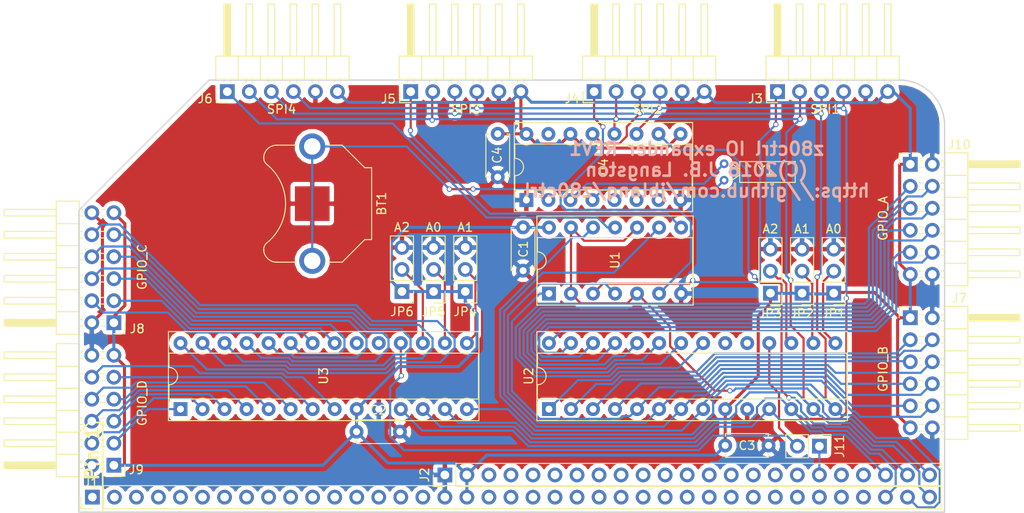
<source format=kicad_pcb>
(kicad_pcb (version 20171130) (host pcbnew "(5.0.1)-3")
  (layers (0 F.cu signal) (31 B.cu signal) (34 B.Paste user) (35 F.Paste user) (36 B.SilkS user) (37 F.SilkS user) (38 B.Mask user) (39 F.Mask user) (44 Edge.Cuts user))
  (net 0 "")
  (net 1 GND)
  (net 2 VCC)
  (net 3 "Net-(JP1-Pad2)")
  (net 4 "Net-(JP2-Pad2)")
  (net 5 "Net-(JP3-Pad2)")
  (net 6 "Net-(JP4-Pad2)")
  (net 7 "Net-(JP5-Pad2)")
  (net 8 "Net-(JP6-Pad2)")
  (net 9 /SCK)
  (net 10 /MISO)
  (net 11 /MOSI)
  (net 12 /~IOXCS~)
  (net 13 /~AUXCS2~)
  (net 14 /~EXTCS1~)
  (net 15 /GPB0)
  (net 16 /GPB1)
  (net 17 /GPB2)
  (net 18 /GPB3)
  (net 19 /GPB4)
  (net 20 /GPB5)
  (net 21 /GPB6)
  (net 22 /GPB7)
  (net 23 /GPC0)
  (net 24 /GPC1)
  (net 25 /GPC2)
  (net 26 /GPC3)
  (net 27 /GPC4)
  (net 28 /GPC5)
  (net 29 /GPC6)
  (net 30 /GPC7)
  (net 31 /GPD7)
  (net 32 /GPD6)
  (net 33 /GPD5)
  (net 34 /GPD4)
  (net 35 /GPD3)
  (net 36 /GPD2)
  (net 37 /GPD1)
  (net 38 /GPD0)
  (net 39 /GPA7)
  (net 40 /GPA6)
  (net 41 /GPA5)
  (net 42 /GPA4)
  (net 43 /GPA3)
  (net 44 /GPA2)
  (net 45 /GPA1)
  (net 46 /GPA0)
  (net 47 /~AUXCS1~)
  (net 48 /~EXTCS2~)
  (net 49 /~EXTCS3~)
  (net 50 /~EXTCS4~)
  (net 51 "Net-(BT1-Pad1)")
  (net 52 "Net-(U4-Pad3)")
  (net 53 "Net-(U4-Pad4)")
  (net 54 "Net-(J11-Pad1)")
  (net 55 /~AVRRST~)
  (module Connector_PinHeader_2.54mm:PinHeader_1x03_P2.54mm_Vertical (layer F.cu) (at 241.175498 128.095999 180)
    (fp_text reference JP1 (at 0 -2.33 180) (layer F.SilkS))
    (fp_text value A0 (at 0 7.41 180) (layer F.SilkS))
    (pad 1 thru_hole rect (at 0 0 180) (size 1.7 1.7) (drill 1) (layers *.Cu *.Mask) (net 2 VCC))
    (pad 2 thru_hole oval (at 0 2.54 180) (size 1.7 1.7) (drill 1) (layers *.Cu *.Mask) (net 3 "Net-(JP1-Pad2)"))
    (pad 3 thru_hole oval (at 0 5.08 180) (size 1.7 1.7) (drill 1) (layers *.Cu *.Mask) (net 1 GND))
  )
  (module Connector_PinHeader_2.54mm:PinHeader_1x03_P2.54mm_Vertical (layer F.cu) (at 237.525498 128.095999 180)
    (fp_text reference JP2 (at 0 -2.33 180) (layer F.SilkS))
    (fp_text value A1 (at 0 7.41 180) (layer F.SilkS))
    (pad 3 thru_hole oval (at 0 5.08 180) (size 1.7 1.7) (drill 1) (layers *.Cu *.Mask) (net 1 GND))
    (pad 2 thru_hole oval (at 0 2.54 180) (size 1.7 1.7) (drill 1) (layers *.Cu *.Mask) (net 4 "Net-(JP2-Pad2)"))
    (pad 1 thru_hole rect (at 0 0 180) (size 1.7 1.7) (drill 1) (layers *.Cu *.Mask) (net 2 VCC))
  )
  (module Connector_PinHeader_2.54mm:PinHeader_1x03_P2.54mm_Vertical (layer F.cu) (at 233.875498 128.095999 180)
    (fp_text reference JP3 (at 0 -2.33 180) (layer F.SilkS))
    (fp_text value A2 (at 0 7.41 180) (layer F.SilkS))
    (pad 3 thru_hole oval (at 0 5.08 180) (size 1.7 1.7) (drill 1) (layers *.Cu *.Mask) (net 1 GND))
    (pad 2 thru_hole oval (at 0 2.54 180) (size 1.7 1.7) (drill 1) (layers *.Cu *.Mask) (net 5 "Net-(JP3-Pad2)"))
    (pad 1 thru_hole rect (at 0 0 180) (size 1.7 1.7) (drill 1) (layers *.Cu *.Mask) (net 2 VCC))
  )
  (module Connector_PinHeader_2.54mm:PinHeader_1x03_P2.54mm_Vertical (layer F.cu) (at 198.693998 127.904999 180)
    (fp_text reference JP4 (at 0 -2.33 180) (layer F.SilkS))
    (fp_text value A1 (at 0 7.41 180) (layer F.SilkS))
    (pad 1 thru_hole rect (at 0 0 180) (size 1.7 1.7) (drill 1) (layers *.Cu *.Mask) (net 2 VCC))
    (pad 2 thru_hole oval (at 0 2.54 180) (size 1.7 1.7) (drill 1) (layers *.Cu *.Mask) (net 6 "Net-(JP4-Pad2)"))
    (pad 3 thru_hole oval (at 0 5.08 180) (size 1.7 1.7) (drill 1) (layers *.Cu *.Mask) (net 1 GND))
  )
  (module Connector_PinHeader_2.54mm:PinHeader_1x03_P2.54mm_Vertical (layer F.cu) (at 195.043998 127.904999 180)
    (fp_text reference JP5 (at 0 -2.33 180) (layer F.SilkS))
    (fp_text value A0 (at 0 7.41 180) (layer F.SilkS))
    (pad 1 thru_hole rect (at 0 0 180) (size 1.7 1.7) (drill 1) (layers *.Cu *.Mask) (net 2 VCC))
    (pad 2 thru_hole oval (at 0 2.54 180) (size 1.7 1.7) (drill 1) (layers *.Cu *.Mask) (net 7 "Net-(JP5-Pad2)"))
    (pad 3 thru_hole oval (at 0 5.08 180) (size 1.7 1.7) (drill 1) (layers *.Cu *.Mask) (net 1 GND))
  )
  (module Connector_PinHeader_2.54mm:PinHeader_1x03_P2.54mm_Vertical (layer F.cu) (at 191.393998 127.904999 180)
    (fp_text reference JP6 (at 0 -2.33 180) (layer F.SilkS))
    (fp_text value A2 (at 0 7.41 180) (layer F.SilkS))
    (pad 3 thru_hole oval (at 0 5.08 180) (size 1.7 1.7) (drill 1) (layers *.Cu *.Mask) (net 1 GND))
    (pad 2 thru_hole oval (at 0 2.54 180) (size 1.7 1.7) (drill 1) (layers *.Cu *.Mask) (net 8 "Net-(JP6-Pad2)"))
    (pad 1 thru_hole rect (at 0 0 180) (size 1.7 1.7) (drill 1) (layers *.Cu *.Mask) (net 2 VCC))
  )
  (module Connector_PinHeader_2.54mm:PinHeader_2x06_P2.54mm_Horizontal (layer F.cu) (at 249.9995 130.937)
    (fp_text reference J7 (at 5.655 -2.27) (layer F.SilkS))
    (fp_text value GPIO_B (at -3.1369 5.9055 90) (layer F.SilkS))
    (pad 1 thru_hole rect (at 0 0) (size 1.7 1.7) (drill 1) (layers *.Cu *.Mask) (net 2 VCC))
    (pad 2 thru_hole oval (at 2.54 0) (size 1.7 1.7) (drill 1) (layers *.Cu *.Mask) (net 1 GND))
    (pad 3 thru_hole oval (at 0 2.54) (size 1.7 1.7) (drill 1) (layers *.Cu *.Mask) (net 15 /GPB0))
    (pad 4 thru_hole oval (at 2.54 2.54) (size 1.7 1.7) (drill 1) (layers *.Cu *.Mask) (net 16 /GPB1))
    (pad 5 thru_hole oval (at 0 5.08) (size 1.7 1.7) (drill 1) (layers *.Cu *.Mask) (net 17 /GPB2))
    (pad 6 thru_hole oval (at 2.54 5.08) (size 1.7 1.7) (drill 1) (layers *.Cu *.Mask) (net 18 /GPB3))
    (pad 7 thru_hole oval (at 0 7.62) (size 1.7 1.7) (drill 1) (layers *.Cu *.Mask) (net 19 /GPB4))
    (pad 8 thru_hole oval (at 2.54 7.62) (size 1.7 1.7) (drill 1) (layers *.Cu *.Mask) (net 20 /GPB5))
    (pad 9 thru_hole oval (at 0 10.16) (size 1.7 1.7) (drill 1) (layers *.Cu *.Mask) (net 21 /GPB6))
    (pad 10 thru_hole oval (at 2.54 10.16) (size 1.7 1.7) (drill 1) (layers *.Cu *.Mask) (net 22 /GPB7))
    (pad 11 thru_hole oval (at 0 12.7) (size 1.7 1.7) (drill 1) (layers *.Cu *.Mask) (net 2 VCC))
    (pad 12 thru_hole oval (at 2.54 12.7) (size 1.7 1.7) (drill 1) (layers *.Cu *.Mask) (net 1 GND))
  )
  (module Connector_PinHeader_2.54mm:PinHeader_2x06_P2.54mm_Horizontal (layer F.cu) (at 158.1785 131.5085 180)
    (fp_text reference J8 (at -2.6924 -0.6985 180) (layer F.SilkS))
    (fp_text value GPIO_C (at -3.2639 6.4389 270) (layer F.SilkS))
    (pad 1 thru_hole rect (at 0 0 180) (size 1.7 1.7) (drill 1) (layers *.Cu *.Mask) (net 2 VCC))
    (pad 2 thru_hole oval (at 2.54 0 180) (size 1.7 1.7) (drill 1) (layers *.Cu *.Mask) (net 1 GND))
    (pad 3 thru_hole oval (at 0 2.54 180) (size 1.7 1.7) (drill 1) (layers *.Cu *.Mask) (net 23 /GPC0))
    (pad 4 thru_hole oval (at 2.54 2.54 180) (size 1.7 1.7) (drill 1) (layers *.Cu *.Mask) (net 24 /GPC1))
    (pad 5 thru_hole oval (at 0 5.08 180) (size 1.7 1.7) (drill 1) (layers *.Cu *.Mask) (net 25 /GPC2))
    (pad 6 thru_hole oval (at 2.54 5.08 180) (size 1.7 1.7) (drill 1) (layers *.Cu *.Mask) (net 26 /GPC3))
    (pad 7 thru_hole oval (at 0 7.62 180) (size 1.7 1.7) (drill 1) (layers *.Cu *.Mask) (net 27 /GPC4))
    (pad 8 thru_hole oval (at 2.54 7.62 180) (size 1.7 1.7) (drill 1) (layers *.Cu *.Mask) (net 28 /GPC5))
    (pad 9 thru_hole oval (at 0 10.16 180) (size 1.7 1.7) (drill 1) (layers *.Cu *.Mask) (net 29 /GPC6))
    (pad 10 thru_hole oval (at 2.54 10.16 180) (size 1.7 1.7) (drill 1) (layers *.Cu *.Mask) (net 30 /GPC7))
    (pad 11 thru_hole oval (at 0 12.7 180) (size 1.7 1.7) (drill 1) (layers *.Cu *.Mask) (net 2 VCC))
    (pad 12 thru_hole oval (at 2.54 12.7 180) (size 1.7 1.7) (drill 1) (layers *.Cu *.Mask) (net 1 GND))
  )
  (module Connector_PinHeader_2.54mm:PinHeader_2x06_P2.54mm_Horizontal (layer F.cu) (at 158.1785 147.955 180)
    (fp_text reference J9 (at -2.5908 -0.5207 180) (layer F.SilkS))
    (fp_text value GPIO_D (at -3.2639 7.1755 270) (layer F.SilkS))
    (pad 12 thru_hole oval (at 2.54 12.7 180) (size 1.7 1.7) (drill 1) (layers *.Cu *.Mask) (net 1 GND))
    (pad 11 thru_hole oval (at 0 12.7 180) (size 1.7 1.7) (drill 1) (layers *.Cu *.Mask) (net 2 VCC))
    (pad 10 thru_hole oval (at 2.54 10.16 180) (size 1.7 1.7) (drill 1) (layers *.Cu *.Mask) (net 31 /GPD7))
    (pad 9 thru_hole oval (at 0 10.16 180) (size 1.7 1.7) (drill 1) (layers *.Cu *.Mask) (net 32 /GPD6))
    (pad 8 thru_hole oval (at 2.54 7.62 180) (size 1.7 1.7) (drill 1) (layers *.Cu *.Mask) (net 33 /GPD5))
    (pad 7 thru_hole oval (at 0 7.62 180) (size 1.7 1.7) (drill 1) (layers *.Cu *.Mask) (net 34 /GPD4))
    (pad 6 thru_hole oval (at 2.54 5.08 180) (size 1.7 1.7) (drill 1) (layers *.Cu *.Mask) (net 35 /GPD3))
    (pad 5 thru_hole oval (at 0 5.08 180) (size 1.7 1.7) (drill 1) (layers *.Cu *.Mask) (net 36 /GPD2))
    (pad 4 thru_hole oval (at 2.54 2.54 180) (size 1.7 1.7) (drill 1) (layers *.Cu *.Mask) (net 37 /GPD1))
    (pad 3 thru_hole oval (at 0 2.54 180) (size 1.7 1.7) (drill 1) (layers *.Cu *.Mask) (net 38 /GPD0))
    (pad 2 thru_hole oval (at 2.54 0 180) (size 1.7 1.7) (drill 1) (layers *.Cu *.Mask) (net 1 GND))
    (pad 1 thru_hole rect (at 0 0 180) (size 1.7 1.7) (drill 1) (layers *.Cu *.Mask) (net 2 VCC))
  )
  (module Connector_PinHeader_2.54mm:PinHeader_2x06_P2.54mm_Horizontal (layer F.cu) (at 249.9995 113.2205)
    (fp_text reference J10 (at 5.655 -2.27) (layer F.SilkS))
    (fp_text value GPIO_A (at -3.1369 6.2484 90) (layer F.SilkS))
    (pad 12 thru_hole oval (at 2.54 12.7) (size 1.7 1.7) (drill 1) (layers *.Cu *.Mask) (net 1 GND))
    (pad 11 thru_hole oval (at 0 12.7) (size 1.7 1.7) (drill 1) (layers *.Cu *.Mask) (net 2 VCC))
    (pad 10 thru_hole oval (at 2.54 10.16) (size 1.7 1.7) (drill 1) (layers *.Cu *.Mask) (net 39 /GPA7))
    (pad 9 thru_hole oval (at 0 10.16) (size 1.7 1.7) (drill 1) (layers *.Cu *.Mask) (net 40 /GPA6))
    (pad 8 thru_hole oval (at 2.54 7.62) (size 1.7 1.7) (drill 1) (layers *.Cu *.Mask) (net 41 /GPA5))
    (pad 7 thru_hole oval (at 0 7.62) (size 1.7 1.7) (drill 1) (layers *.Cu *.Mask) (net 42 /GPA4))
    (pad 6 thru_hole oval (at 2.54 5.08) (size 1.7 1.7) (drill 1) (layers *.Cu *.Mask) (net 43 /GPA3))
    (pad 5 thru_hole oval (at 0 5.08) (size 1.7 1.7) (drill 1) (layers *.Cu *.Mask) (net 44 /GPA2))
    (pad 4 thru_hole oval (at 2.54 2.54) (size 1.7 1.7) (drill 1) (layers *.Cu *.Mask) (net 45 /GPA1))
    (pad 3 thru_hole oval (at 0 2.54) (size 1.7 1.7) (drill 1) (layers *.Cu *.Mask) (net 46 /GPA0))
    (pad 2 thru_hole oval (at 2.54 0) (size 1.7 1.7) (drill 1) (layers *.Cu *.Mask) (net 1 GND))
    (pad 1 thru_hole rect (at 0 0) (size 1.7 1.7) (drill 1) (layers *.Cu *.Mask) (net 2 VCC))
  )
  (module Capacitor_THT:C_Disc_D4.7mm_W2.5mm_P5.00mm (layer F.cu) (at 205.359 120.4995 270)
    (fp_text reference C1 (at 2.5127 -0.0381 270) (layer F.SilkS))
    (fp_text value .1uf)
    (pad 1 thru_hole circle (at 0 0 270) (size 1.6 1.6) (drill 0.8) (layers *.Cu *.Mask) (net 2 VCC))
    (pad 2 thru_hole circle (at 5 0 270) (size 1.6 1.6) (drill 0.8) (layers *.Cu *.Mask) (net 1 GND))
  )
  (module Capacitor_THT:C_Disc_D4.7mm_W2.5mm_P5.00mm (layer F.cu) (at 186.1585 144.0815)
    (fp_text reference C2 (at 2.5 -2.5) (layer F.SilkS))
    (fp_text value .1uf)
    (pad 1 thru_hole circle (at 0 0) (size 1.6 1.6) (drill 0.8) (layers *.Cu *.Mask) (net 2 VCC))
    (pad 2 thru_hole circle (at 5 0) (size 1.6 1.6) (drill 0.8) (layers *.Cu *.Mask) (net 1 GND))
  )
  (module Capacitor_THT:C_Disc_D4.7mm_W2.5mm_P5.00mm (layer F.cu) (at 228.6635 145.669)
    (fp_text reference C3 (at 2.5146 0.0127) (layer F.SilkS))
    (fp_text value .1uf)
    (pad 2 thru_hole circle (at 5 0) (size 1.6 1.6) (drill 0.8) (layers *.Cu *.Mask) (net 1 GND))
    (pad 1 thru_hole circle (at 0 0) (size 1.6 1.6) (drill 0.8) (layers *.Cu *.Mask) (net 2 VCC))
  )
  (module Connector_PinHeader_2.54mm:PinHeader_1x39_P2.54mm_Vertical (layer F.cu) (at 155.702 151.638 90)
    (fp_text reference J1 (at 1.7145 -0.1397 180) (layer F.SilkS))
    (fp_text value BUS)
    (pad 1 thru_hole rect (at 0 0 90) (size 1.7 1.7) (drill 1) (layers *.Cu *.Mask))
    (pad 2 thru_hole oval (at 0 2.54 90) (size 1.7 1.7) (drill 1) (layers *.Cu *.Mask))
    (pad 3 thru_hole oval (at 0 5.08 90) (size 1.7 1.7) (drill 1) (layers *.Cu *.Mask))
    (pad 4 thru_hole oval (at 0 7.62 90) (size 1.7 1.7) (drill 1) (layers *.Cu *.Mask))
    (pad 5 thru_hole oval (at 0 10.16 90) (size 1.7 1.7) (drill 1) (layers *.Cu *.Mask))
    (pad 6 thru_hole oval (at 0 12.7 90) (size 1.7 1.7) (drill 1) (layers *.Cu *.Mask))
    (pad 7 thru_hole oval (at 0 15.24 90) (size 1.7 1.7) (drill 1) (layers *.Cu *.Mask))
    (pad 8 thru_hole oval (at 0 17.78 90) (size 1.7 1.7) (drill 1) (layers *.Cu *.Mask))
    (pad 9 thru_hole oval (at 0 20.32 90) (size 1.7 1.7) (drill 1) (layers *.Cu *.Mask))
    (pad 10 thru_hole oval (at 0 22.86 90) (size 1.7 1.7) (drill 1) (layers *.Cu *.Mask))
    (pad 11 thru_hole oval (at 0 25.4 90) (size 1.7 1.7) (drill 1) (layers *.Cu *.Mask))
    (pad 12 thru_hole oval (at 0 27.94 90) (size 1.7 1.7) (drill 1) (layers *.Cu *.Mask))
    (pad 13 thru_hole oval (at 0 30.48 90) (size 1.7 1.7) (drill 1) (layers *.Cu *.Mask))
    (pad 14 thru_hole oval (at 0 33.02 90) (size 1.7 1.7) (drill 1) (layers *.Cu *.Mask))
    (pad 15 thru_hole oval (at 0 35.56 90) (size 1.7 1.7) (drill 1) (layers *.Cu *.Mask))
    (pad 16 thru_hole oval (at 0 38.1 90) (size 1.7 1.7) (drill 1) (layers *.Cu *.Mask))
    (pad 17 thru_hole oval (at 0 40.64 90) (size 1.7 1.7) (drill 1) (layers *.Cu *.Mask) (net 1 GND))
    (pad 18 thru_hole oval (at 0 43.18 90) (size 1.7 1.7) (drill 1) (layers *.Cu *.Mask) (net 2 VCC))
    (pad 19 thru_hole oval (at 0 45.72 90) (size 1.7 1.7) (drill 1) (layers *.Cu *.Mask))
    (pad 20 thru_hole oval (at 0 48.26 90) (size 1.7 1.7) (drill 1) (layers *.Cu *.Mask))
    (pad 21 thru_hole oval (at 0 50.8 90) (size 1.7 1.7) (drill 1) (layers *.Cu *.Mask))
    (pad 22 thru_hole oval (at 0 53.34 90) (size 1.7 1.7) (drill 1) (layers *.Cu *.Mask))
    (pad 23 thru_hole oval (at 0 55.88 90) (size 1.7 1.7) (drill 1) (layers *.Cu *.Mask))
    (pad 24 thru_hole oval (at 0 58.42 90) (size 1.7 1.7) (drill 1) (layers *.Cu *.Mask))
    (pad 25 thru_hole oval (at 0 60.96 90) (size 1.7 1.7) (drill 1) (layers *.Cu *.Mask))
    (pad 26 thru_hole oval (at 0 63.5 90) (size 1.7 1.7) (drill 1) (layers *.Cu *.Mask))
    (pad 27 thru_hole oval (at 0 66.04 90) (size 1.7 1.7) (drill 1) (layers *.Cu *.Mask))
    (pad 28 thru_hole oval (at 0 68.58 90) (size 1.7 1.7) (drill 1) (layers *.Cu *.Mask))
    (pad 29 thru_hole oval (at 0 71.12 90) (size 1.7 1.7) (drill 1) (layers *.Cu *.Mask))
    (pad 30 thru_hole oval (at 0 73.66 90) (size 1.7 1.7) (drill 1) (layers *.Cu *.Mask))
    (pad 31 thru_hole oval (at 0 76.2 90) (size 1.7 1.7) (drill 1) (layers *.Cu *.Mask))
    (pad 32 thru_hole oval (at 0 78.74 90) (size 1.7 1.7) (drill 1) (layers *.Cu *.Mask))
    (pad 33 thru_hole oval (at 0 81.28 90) (size 1.7 1.7) (drill 1) (layers *.Cu *.Mask))
    (pad 34 thru_hole oval (at 0 83.82 90) (size 1.7 1.7) (drill 1) (layers *.Cu *.Mask))
    (pad 35 thru_hole oval (at 0 86.36 90) (size 1.7 1.7) (drill 1) (layers *.Cu *.Mask))
    (pad 36 thru_hole oval (at 0 88.9 90) (size 1.7 1.7) (drill 1) (layers *.Cu *.Mask))
    (pad 37 thru_hole oval (at 0 91.44 90) (size 1.7 1.7) (drill 1) (layers *.Cu *.Mask) (net 9 /SCK))
    (pad 38 thru_hole oval (at 0 93.98 90) (size 1.7 1.7) (drill 1) (layers *.Cu *.Mask) (net 10 /MISO))
    (pad 39 thru_hole oval (at 0 96.52 90) (size 1.7 1.7) (drill 1) (layers *.Cu *.Mask) (net 11 /MOSI))
  )
  (module Connector_PinHeader_2.54mm:PinHeader_1x23_P2.54mm_Vertical (layer F.cu) (at 196.342 149.073 90)
    (fp_text reference J2 (at 0 -2.33 90) (layer F.SilkS))
    (fp_text value BUSEXT)
    (pad 1 thru_hole rect (at 0 0 90) (size 1.7 1.7) (drill 1) (layers *.Cu *.Mask) (net 1 GND))
    (pad 2 thru_hole oval (at 0 2.54 90) (size 1.7 1.7) (drill 1) (layers *.Cu *.Mask) (net 2 VCC))
    (pad 3 thru_hole oval (at 0 5.08 90) (size 1.7 1.7) (drill 1) (layers *.Cu *.Mask))
    (pad 4 thru_hole oval (at 0 7.62 90) (size 1.7 1.7) (drill 1) (layers *.Cu *.Mask))
    (pad 5 thru_hole oval (at 0 10.16 90) (size 1.7 1.7) (drill 1) (layers *.Cu *.Mask))
    (pad 6 thru_hole oval (at 0 12.7 90) (size 1.7 1.7) (drill 1) (layers *.Cu *.Mask))
    (pad 7 thru_hole oval (at 0 15.24 90) (size 1.7 1.7) (drill 1) (layers *.Cu *.Mask))
    (pad 8 thru_hole oval (at 0 17.78 90) (size 1.7 1.7) (drill 1) (layers *.Cu *.Mask))
    (pad 9 thru_hole oval (at 0 20.32 90) (size 1.7 1.7) (drill 1) (layers *.Cu *.Mask))
    (pad 10 thru_hole oval (at 0 22.86 90) (size 1.7 1.7) (drill 1) (layers *.Cu *.Mask))
    (pad 11 thru_hole oval (at 0 25.4 90) (size 1.7 1.7) (drill 1) (layers *.Cu *.Mask))
    (pad 12 thru_hole oval (at 0 27.94 90) (size 1.7 1.7) (drill 1) (layers *.Cu *.Mask))
    (pad 13 thru_hole oval (at 0 30.48 90) (size 1.7 1.7) (drill 1) (layers *.Cu *.Mask))
    (pad 14 thru_hole oval (at 0 33.02 90) (size 1.7 1.7) (drill 1) (layers *.Cu *.Mask))
    (pad 15 thru_hole oval (at 0 35.56 90) (size 1.7 1.7) (drill 1) (layers *.Cu *.Mask))
    (pad 16 thru_hole oval (at 0 38.1 90) (size 1.7 1.7) (drill 1) (layers *.Cu *.Mask))
    (pad 17 thru_hole oval (at 0 40.64 90) (size 1.7 1.7) (drill 1) (layers *.Cu *.Mask))
    (pad 18 thru_hole oval (at 0 43.18 90) (size 1.7 1.7) (drill 1) (layers *.Cu *.Mask) (net 54 "Net-(J11-Pad1)"))
    (pad 19 thru_hole oval (at 0 45.72 90) (size 1.7 1.7) (drill 1) (layers *.Cu *.Mask))
    (pad 20 thru_hole oval (at 0 48.26 90) (size 1.7 1.7) (drill 1) (layers *.Cu *.Mask))
    (pad 21 thru_hole oval (at 0 50.8 90) (size 1.7 1.7) (drill 1) (layers *.Cu *.Mask) (net 12 /~IOXCS~))
    (pad 22 thru_hole oval (at 0 53.34 90) (size 1.7 1.7) (drill 1) (layers *.Cu *.Mask) (net 47 /~AUXCS1~))
    (pad 23 thru_hole oval (at 0 55.88 90) (size 1.7 1.7) (drill 1) (layers *.Cu *.Mask) (net 13 /~AUXCS2~))
  )
  (module Connector_PinHeader_2.54mm:PinHeader_1x06_P2.54mm_Horizontal (layer F.cu) (at 234.696 104.8385 90)
    (fp_text reference J3 (at -0.8128 -2.54 180) (layer F.SilkS))
    (fp_text value SPI1 (at -2.032 5.4737 180) (layer F.SilkS))
    (pad 6 thru_hole oval (at 0 12.7 90) (size 1.7 1.7) (drill 1) (layers *.Cu *.Mask) (net 2 VCC))
    (pad 5 thru_hole oval (at 0 10.16 90) (size 1.7 1.7) (drill 1) (layers *.Cu *.Mask) (net 1 GND))
    (pad 4 thru_hole oval (at 0 7.62 90) (size 1.7 1.7) (drill 1) (layers *.Cu *.Mask) (net 9 /SCK))
    (pad 3 thru_hole oval (at 0 5.08 90) (size 1.7 1.7) (drill 1) (layers *.Cu *.Mask) (net 10 /MISO))
    (pad 2 thru_hole oval (at 0 2.54 90) (size 1.7 1.7) (drill 1) (layers *.Cu *.Mask) (net 11 /MOSI))
    (pad 1 thru_hole rect (at 0 0 90) (size 1.7 1.7) (drill 1) (layers *.Cu *.Mask) (net 14 /~EXTCS1~))
  )
  (module Connector_PinHeader_2.54mm:PinHeader_1x06_P2.54mm_Horizontal (layer F.cu) (at 213.5505 104.8385 90)
    (fp_text reference J4 (at -0.8255 -2.54 180) (layer F.SilkS))
    (fp_text value SPI2 (at -2.032 6.1722 180) (layer F.SilkS))
    (pad 1 thru_hole rect (at 0 0 90) (size 1.7 1.7) (drill 1) (layers *.Cu *.Mask) (net 48 /~EXTCS2~))
    (pad 2 thru_hole oval (at 0 2.54 90) (size 1.7 1.7) (drill 1) (layers *.Cu *.Mask) (net 11 /MOSI))
    (pad 3 thru_hole oval (at 0 5.08 90) (size 1.7 1.7) (drill 1) (layers *.Cu *.Mask) (net 10 /MISO))
    (pad 4 thru_hole oval (at 0 7.62 90) (size 1.7 1.7) (drill 1) (layers *.Cu *.Mask) (net 9 /SCK))
    (pad 5 thru_hole oval (at 0 10.16 90) (size 1.7 1.7) (drill 1) (layers *.Cu *.Mask) (net 1 GND))
    (pad 6 thru_hole oval (at 0 12.7 90) (size 1.7 1.7) (drill 1) (layers *.Cu *.Mask) (net 2 VCC))
  )
  (module Connector_PinHeader_2.54mm:PinHeader_1x06_P2.54mm_Horizontal (layer F.cu) (at 192.405 104.8385 90)
    (fp_text reference J5 (at -0.8509 -2.5781 180) (layer F.SilkS))
    (fp_text value SPI3 (at -2.032 6.3627 180) (layer F.SilkS))
    (pad 6 thru_hole oval (at 0 12.7 90) (size 1.7 1.7) (drill 1) (layers *.Cu *.Mask) (net 2 VCC))
    (pad 5 thru_hole oval (at 0 10.16 90) (size 1.7 1.7) (drill 1) (layers *.Cu *.Mask) (net 1 GND))
    (pad 4 thru_hole oval (at 0 7.62 90) (size 1.7 1.7) (drill 1) (layers *.Cu *.Mask) (net 9 /SCK))
    (pad 3 thru_hole oval (at 0 5.08 90) (size 1.7 1.7) (drill 1) (layers *.Cu *.Mask) (net 10 /MISO))
    (pad 2 thru_hole oval (at 0 2.54 90) (size 1.7 1.7) (drill 1) (layers *.Cu *.Mask) (net 11 /MOSI))
    (pad 1 thru_hole rect (at 0 0 90) (size 1.7 1.7) (drill 1) (layers *.Cu *.Mask) (net 49 /~EXTCS3~))
  )
  (module Connector_PinHeader_2.54mm:PinHeader_1x06_P2.54mm_Horizontal (layer F.cu) (at 171.2595 104.8385 90)
    (fp_text reference J6 (at -0.8255 -2.5527 180) (layer F.SilkS))
    (fp_text value SPI4 (at -2.032 6.2484 180) (layer F.SilkS))
    (pad 1 thru_hole rect (at 0 0 90) (size 1.7 1.7) (drill 1) (layers *.Cu *.Mask) (net 50 /~EXTCS4~))
    (pad 2 thru_hole oval (at 0 2.54 90) (size 1.7 1.7) (drill 1) (layers *.Cu *.Mask) (net 11 /MOSI))
    (pad 3 thru_hole oval (at 0 5.08 90) (size 1.7 1.7) (drill 1) (layers *.Cu *.Mask) (net 10 /MISO))
    (pad 4 thru_hole oval (at 0 7.62 90) (size 1.7 1.7) (drill 1) (layers *.Cu *.Mask) (net 9 /SCK))
    (pad 5 thru_hole oval (at 0 10.16 90) (size 1.7 1.7) (drill 1) (layers *.Cu *.Mask) (net 1 GND))
    (pad 6 thru_hole oval (at 0 12.7 90) (size 1.7 1.7) (drill 1) (layers *.Cu *.Mask) (net 2 VCC))
  )
  (module Capacitor_THT:C_Disc_D4.7mm_W2.5mm_P5.00mm (layer F.cu) (at 202.438 109.7064 270)
    (fp_text reference C4 (at 2.46 0.0635 270) (layer F.SilkS))
    (fp_text value .1uf)
    (pad 1 thru_hole circle (at 0 0 270) (size 1.6 1.6) (drill 0.8) (layers *.Cu *.Mask) (net 2 VCC))
    (pad 2 thru_hole circle (at 5 0 270) (size 1.6 1.6) (drill 0.8) (layers *.Cu *.Mask) (net 1 GND))
  )
  (module Package_DIP:DIP-16_W7.62mm_Socket (layer F.cu) (at 205.74 117.348 90)
    (fp_text reference U4 (at 3.81 8.89 90) (layer F.SilkS))
    (fp_text value DS1306+)
    (pad 1 thru_hole rect (at 0 0 90) (size 1.6 1.6) (drill 0.8) (layers *.Cu *.Mask) (net 1 GND))
    (pad 9 thru_hole oval (at 7.62 17.78 90) (size 1.6 1.6) (drill 0.8) (layers *.Cu *.Mask) (net 2 VCC))
    (pad 2 thru_hole oval (at 0 2.54 90) (size 1.6 1.6) (drill 0.8) (layers *.Cu *.Mask) (net 51 "Net-(BT1-Pad1)"))
    (pad 10 thru_hole oval (at 7.62 15.24 90) (size 1.6 1.6) (drill 0.8) (layers *.Cu *.Mask) (net 47 /~AUXCS1~))
    (pad 3 thru_hole oval (at 0 5.08 90) (size 1.6 1.6) (drill 0.8) (layers *.Cu *.Mask) (net 52 "Net-(U4-Pad3)"))
    (pad 11 thru_hole oval (at 7.62 12.7 90) (size 1.6 1.6) (drill 0.8) (layers *.Cu *.Mask) (net 9 /SCK))
    (pad 4 thru_hole oval (at 0 7.62 90) (size 1.6 1.6) (drill 0.8) (layers *.Cu *.Mask) (net 53 "Net-(U4-Pad4)"))
    (pad 12 thru_hole oval (at 7.62 10.16 90) (size 1.6 1.6) (drill 0.8) (layers *.Cu *.Mask) (net 11 /MOSI))
    (pad 5 thru_hole oval (at 0 10.16 90) (size 1.6 1.6) (drill 0.8) (layers *.Cu *.Mask))
    (pad 13 thru_hole oval (at 7.62 7.62 90) (size 1.6 1.6) (drill 0.8) (layers *.Cu *.Mask) (net 10 /MISO))
    (pad 6 thru_hole oval (at 0 12.7 90) (size 1.6 1.6) (drill 0.8) (layers *.Cu *.Mask))
    (pad 14 thru_hole oval (at 7.62 5.08 90) (size 1.6 1.6) (drill 0.8) (layers *.Cu *.Mask) (net 2 VCC))
    (pad 7 thru_hole oval (at 0 15.24 90) (size 1.6 1.6) (drill 0.8) (layers *.Cu *.Mask))
    (pad 15 thru_hole oval (at 7.62 2.54 90) (size 1.6 1.6) (drill 0.8) (layers *.Cu *.Mask))
    (pad 8 thru_hole oval (at 0 17.78 90) (size 1.6 1.6) (drill 0.8) (layers *.Cu *.Mask) (net 1 GND))
    (pad 16 thru_hole oval (at 7.62 0 90) (size 1.6 1.6) (drill 0.8) (layers *.Cu *.Mask) (net 2 VCC))
  )
  (module Crystal:Crystal_DS26_D2.0mm_L6.0mm_Horizontal (layer F.cu) (at 228.5365 115.062 90)
    (fp_text reference Y1 (at 1.143 4.8006 180) (layer F.SilkS))
    (fp_text value Crystal_Small)
    (pad 1 thru_hole circle (at 0 0 90) (size 1 1) (drill 0.5) (layers *.Cu *.Mask) (net 53 "Net-(U4-Pad4)"))
    (pad 2 thru_hole circle (at 1.9 0 90) (size 1 1) (drill 0.5) (layers *.Cu *.Mask) (net 52 "Net-(U4-Pad3)"))
  )
  (module Package_DIP:DIP-14_W7.62mm_Socket (layer F.cu) (at 208.3435 128.143 90)
    (fp_text reference U1 (at 3.8481 7.62 90) (layer F.SilkS))
    (fp_text value 74HCT32)
    (pad 1 thru_hole rect (at 0 0 90) (size 1.6 1.6) (drill 0.8) (layers *.Cu *.Mask) (net 19 /GPB4))
    (pad 8 thru_hole oval (at 7.62 15.24 90) (size 1.6 1.6) (drill 0.8) (layers *.Cu *.Mask) (net 49 /~EXTCS3~))
    (pad 2 thru_hole oval (at 0 2.54 90) (size 1.6 1.6) (drill 0.8) (layers *.Cu *.Mask) (net 13 /~AUXCS2~))
    (pad 9 thru_hole oval (at 7.62 12.7 90) (size 1.6 1.6) (drill 0.8) (layers *.Cu *.Mask) (net 21 /GPB6))
    (pad 3 thru_hole oval (at 0 5.08 90) (size 1.6 1.6) (drill 0.8) (layers *.Cu *.Mask) (net 14 /~EXTCS1~))
    (pad 10 thru_hole oval (at 7.62 10.16 90) (size 1.6 1.6) (drill 0.8) (layers *.Cu *.Mask) (net 13 /~AUXCS2~))
    (pad 4 thru_hole oval (at 0 7.62 90) (size 1.6 1.6) (drill 0.8) (layers *.Cu *.Mask) (net 20 /GPB5))
    (pad 11 thru_hole oval (at 7.62 7.62 90) (size 1.6 1.6) (drill 0.8) (layers *.Cu *.Mask) (net 50 /~EXTCS4~))
    (pad 5 thru_hole oval (at 0 10.16 90) (size 1.6 1.6) (drill 0.8) (layers *.Cu *.Mask) (net 13 /~AUXCS2~))
    (pad 12 thru_hole oval (at 7.62 5.08 90) (size 1.6 1.6) (drill 0.8) (layers *.Cu *.Mask) (net 22 /GPB7))
    (pad 6 thru_hole oval (at 0 12.7 90) (size 1.6 1.6) (drill 0.8) (layers *.Cu *.Mask) (net 48 /~EXTCS2~))
    (pad 13 thru_hole oval (at 7.62 2.54 90) (size 1.6 1.6) (drill 0.8) (layers *.Cu *.Mask) (net 13 /~AUXCS2~))
    (pad 7 thru_hole oval (at 0 15.24 90) (size 1.6 1.6) (drill 0.8) (layers *.Cu *.Mask) (net 1 GND))
    (pad 14 thru_hole oval (at 7.62 0 90) (size 1.6 1.6) (drill 0.8) (layers *.Cu *.Mask) (net 2 VCC))
  )
  (module Package_DIP:DIP-28_W7.62mm_Socket (layer F.cu) (at 208.3435 141.478 90)
    (fp_text reference U2 (at 3.81 -2.33 90) (layer F.SilkS))
    (fp_text value MCP23S17)
    (pad 1 thru_hole rect (at 0 0 90) (size 1.6 1.6) (drill 0.8) (layers *.Cu *.Mask) (net 15 /GPB0))
    (pad 15 thru_hole oval (at 7.62 33.02 90) (size 1.6 1.6) (drill 0.8) (layers *.Cu *.Mask) (net 3 "Net-(JP1-Pad2)"))
    (pad 2 thru_hole oval (at 0 2.54 90) (size 1.6 1.6) (drill 0.8) (layers *.Cu *.Mask) (net 16 /GPB1))
    (pad 16 thru_hole oval (at 7.62 30.48 90) (size 1.6 1.6) (drill 0.8) (layers *.Cu *.Mask) (net 4 "Net-(JP2-Pad2)"))
    (pad 3 thru_hole oval (at 0 5.08 90) (size 1.6 1.6) (drill 0.8) (layers *.Cu *.Mask) (net 17 /GPB2))
    (pad 17 thru_hole oval (at 7.62 27.94 90) (size 1.6 1.6) (drill 0.8) (layers *.Cu *.Mask) (net 5 "Net-(JP3-Pad2)"))
    (pad 4 thru_hole oval (at 0 7.62 90) (size 1.6 1.6) (drill 0.8) (layers *.Cu *.Mask) (net 18 /GPB3))
    (pad 18 thru_hole oval (at 7.62 25.4 90) (size 1.6 1.6) (drill 0.8) (layers *.Cu *.Mask) (net 55 /~AVRRST~))
    (pad 5 thru_hole oval (at 0 10.16 90) (size 1.6 1.6) (drill 0.8) (layers *.Cu *.Mask) (net 19 /GPB4))
    (pad 19 thru_hole oval (at 7.62 22.86 90) (size 1.6 1.6) (drill 0.8) (layers *.Cu *.Mask))
    (pad 6 thru_hole oval (at 0 12.7 90) (size 1.6 1.6) (drill 0.8) (layers *.Cu *.Mask) (net 20 /GPB5))
    (pad 20 thru_hole oval (at 7.62 20.32 90) (size 1.6 1.6) (drill 0.8) (layers *.Cu *.Mask))
    (pad 7 thru_hole oval (at 0 15.24 90) (size 1.6 1.6) (drill 0.8) (layers *.Cu *.Mask) (net 21 /GPB6))
    (pad 21 thru_hole oval (at 7.62 17.78 90) (size 1.6 1.6) (drill 0.8) (layers *.Cu *.Mask) (net 46 /GPA0))
    (pad 8 thru_hole oval (at 0 17.78 90) (size 1.6 1.6) (drill 0.8) (layers *.Cu *.Mask) (net 22 /GPB7))
    (pad 22 thru_hole oval (at 7.62 15.24 90) (size 1.6 1.6) (drill 0.8) (layers *.Cu *.Mask) (net 45 /GPA1))
    (pad 9 thru_hole oval (at 0 20.32 90) (size 1.6 1.6) (drill 0.8) (layers *.Cu *.Mask) (net 2 VCC))
    (pad 23 thru_hole oval (at 7.62 12.7 90) (size 1.6 1.6) (drill 0.8) (layers *.Cu *.Mask) (net 44 /GPA2))
    (pad 10 thru_hole oval (at 0 22.86 90) (size 1.6 1.6) (drill 0.8) (layers *.Cu *.Mask) (net 1 GND))
    (pad 24 thru_hole oval (at 7.62 10.16 90) (size 1.6 1.6) (drill 0.8) (layers *.Cu *.Mask) (net 43 /GPA3))
    (pad 11 thru_hole oval (at 0 25.4 90) (size 1.6 1.6) (drill 0.8) (layers *.Cu *.Mask) (net 12 /~IOXCS~))
    (pad 25 thru_hole oval (at 7.62 7.62 90) (size 1.6 1.6) (drill 0.8) (layers *.Cu *.Mask) (net 42 /GPA4))
    (pad 12 thru_hole oval (at 0 27.94 90) (size 1.6 1.6) (drill 0.8) (layers *.Cu *.Mask) (net 9 /SCK))
    (pad 26 thru_hole oval (at 7.62 5.08 90) (size 1.6 1.6) (drill 0.8) (layers *.Cu *.Mask) (net 41 /GPA5))
    (pad 13 thru_hole oval (at 0 30.48 90) (size 1.6 1.6) (drill 0.8) (layers *.Cu *.Mask) (net 11 /MOSI))
    (pad 27 thru_hole oval (at 7.62 2.54 90) (size 1.6 1.6) (drill 0.8) (layers *.Cu *.Mask) (net 40 /GPA6))
    (pad 14 thru_hole oval (at 0 33.02 90) (size 1.6 1.6) (drill 0.8) (layers *.Cu *.Mask) (net 10 /MISO))
    (pad 28 thru_hole oval (at 7.62 0 90) (size 1.6 1.6) (drill 0.8) (layers *.Cu *.Mask) (net 39 /GPA7))
  )
  (module Package_DIP:DIP-28_W7.62mm_Socket (layer F.cu) (at 165.862 141.478 90)
    (fp_text reference U3 (at 3.8354 16.4973 90) (layer F.SilkS))
    (fp_text value MCP23S17)
    (pad 28 thru_hole oval (at 7.62 0 90) (size 1.6 1.6) (drill 0.8) (layers *.Cu *.Mask) (net 30 /GPC7))
    (pad 14 thru_hole oval (at 0 33.02 90) (size 1.6 1.6) (drill 0.8) (layers *.Cu *.Mask) (net 10 /MISO))
    (pad 27 thru_hole oval (at 7.62 2.54 90) (size 1.6 1.6) (drill 0.8) (layers *.Cu *.Mask) (net 29 /GPC6))
    (pad 13 thru_hole oval (at 0 30.48 90) (size 1.6 1.6) (drill 0.8) (layers *.Cu *.Mask) (net 11 /MOSI))
    (pad 26 thru_hole oval (at 7.62 5.08 90) (size 1.6 1.6) (drill 0.8) (layers *.Cu *.Mask) (net 28 /GPC5))
    (pad 12 thru_hole oval (at 0 27.94 90) (size 1.6 1.6) (drill 0.8) (layers *.Cu *.Mask) (net 9 /SCK))
    (pad 25 thru_hole oval (at 7.62 7.62 90) (size 1.6 1.6) (drill 0.8) (layers *.Cu *.Mask) (net 27 /GPC4))
    (pad 11 thru_hole oval (at 0 25.4 90) (size 1.6 1.6) (drill 0.8) (layers *.Cu *.Mask) (net 12 /~IOXCS~))
    (pad 24 thru_hole oval (at 7.62 10.16 90) (size 1.6 1.6) (drill 0.8) (layers *.Cu *.Mask) (net 26 /GPC3))
    (pad 10 thru_hole oval (at 0 22.86 90) (size 1.6 1.6) (drill 0.8) (layers *.Cu *.Mask) (net 1 GND))
    (pad 23 thru_hole oval (at 7.62 12.7 90) (size 1.6 1.6) (drill 0.8) (layers *.Cu *.Mask) (net 25 /GPC2))
    (pad 9 thru_hole oval (at 0 20.32 90) (size 1.6 1.6) (drill 0.8) (layers *.Cu *.Mask) (net 2 VCC))
    (pad 22 thru_hole oval (at 7.62 15.24 90) (size 1.6 1.6) (drill 0.8) (layers *.Cu *.Mask) (net 24 /GPC1))
    (pad 8 thru_hole oval (at 0 17.78 90) (size 1.6 1.6) (drill 0.8) (layers *.Cu *.Mask) (net 31 /GPD7))
    (pad 21 thru_hole oval (at 7.62 17.78 90) (size 1.6 1.6) (drill 0.8) (layers *.Cu *.Mask) (net 23 /GPC0))
    (pad 7 thru_hole oval (at 0 15.24 90) (size 1.6 1.6) (drill 0.8) (layers *.Cu *.Mask) (net 32 /GPD6))
    (pad 20 thru_hole oval (at 7.62 20.32 90) (size 1.6 1.6) (drill 0.8) (layers *.Cu *.Mask))
    (pad 6 thru_hole oval (at 0 12.7 90) (size 1.6 1.6) (drill 0.8) (layers *.Cu *.Mask) (net 33 /GPD5))
    (pad 19 thru_hole oval (at 7.62 22.86 90) (size 1.6 1.6) (drill 0.8) (layers *.Cu *.Mask))
    (pad 5 thru_hole oval (at 0 10.16 90) (size 1.6 1.6) (drill 0.8) (layers *.Cu *.Mask) (net 34 /GPD4))
    (pad 18 thru_hole oval (at 7.62 25.4 90) (size 1.6 1.6) (drill 0.8) (layers *.Cu *.Mask) (net 55 /~AVRRST~))
    (pad 4 thru_hole oval (at 0 7.62 90) (size 1.6 1.6) (drill 0.8) (layers *.Cu *.Mask) (net 35 /GPD3))
    (pad 17 thru_hole oval (at 7.62 27.94 90) (size 1.6 1.6) (drill 0.8) (layers *.Cu *.Mask) (net 8 "Net-(JP6-Pad2)"))
    (pad 3 thru_hole oval (at 0 5.08 90) (size 1.6 1.6) (drill 0.8) (layers *.Cu *.Mask) (net 36 /GPD2))
    (pad 16 thru_hole oval (at 7.62 30.48 90) (size 1.6 1.6) (drill 0.8) (layers *.Cu *.Mask) (net 7 "Net-(JP5-Pad2)"))
    (pad 2 thru_hole oval (at 0 2.54 90) (size 1.6 1.6) (drill 0.8) (layers *.Cu *.Mask) (net 37 /GPD1))
    (pad 15 thru_hole oval (at 7.62 33.02 90) (size 1.6 1.6) (drill 0.8) (layers *.Cu *.Mask) (net 6 "Net-(JP4-Pad2)"))
    (pad 1 thru_hole rect (at 0 0 90) (size 1.6 1.6) (drill 0.8) (layers *.Cu *.Mask) (net 38 /GPD0))
  )
  (module Battery:BatteryHolder_Keystone_3001_1x12mm (layer F.cu) (at 181.0512 117.7671 270)
    (fp_text reference BT1 (at 0 -8 270) (layer F.SilkS))
    (fp_text value Battery_Cell)
    (pad 1 thru_hole circle (at -6.6 0 270) (size 3 3) (drill 1.9) (layers *.Cu *.Mask) (net 51 "Net-(BT1-Pad1)"))
    (pad 1 thru_hole circle (at 6.6 0 270) (size 3 3) (drill 1.9) (layers *.Cu *.Mask) (net 51 "Net-(BT1-Pad1)"))
    (pad 2 smd rect (at 0 0 270) (size 4 4) (layers F.cu F.Mask) (net 1 GND))
  )
  (module Connector_PinHeader_2.54mm:PinHeader_1x02_P2.54mm_Vertical (layer F.cu) (at 239.522 145.7579 270)
    (fp_text reference J11 (at 0 -2.33 270) (layer F.SilkS))
    (fp_text value Conn_01x02)
    (pad 1 thru_hole rect (at 0 0 270) (size 1.7 1.7) (drill 1) (layers *.Cu *.Mask) (net 54 "Net-(J11-Pad1)"))
    (pad 2 thru_hole oval (at 0 2.54 270) (size 1.7 1.7) (drill 1) (layers *.Cu *.Mask) (net 55 /~AVRRST~))
  )
  (gr_text "z80ctrl IO expander REV1\n(C)2018 J.B. Langston\nhttps://github.com/jblang/z80ctrl" (at 225.3615 113.8555) (layer B.SilkS) (effects (font (size 1.5 1.5) (thickness 0.3)) (justify mirror)))
  (gr_line (start 154.14498 144.20088) (end 155.32608 143.01978) (angle 90) (layer F.SilkS) (width 0.2))
  (gr_arc (start 248.7706 108.685) (end 248.7708 103.505) (angle 90) (layer Edge.Cuts) (width 0.15))
  (gr_line (start 248.7708 103.505) (end 169.164 103.505) (angle 90) (layer Edge.Cuts) (width 0.15))
  (gr_line (start 155.32608 143.01978) (end 156.8958 143.01978) (angle 90) (layer F.SilkS) (width 0.2))
  (gr_line (start 169.164 103.505) (end 154.1526 118.5164) (angle 90) (layer Edge.Cuts) (width 0.15))
  (gr_line (start 156.8958 143.01978) (end 156.8958 153.13152) (angle 90) (layer F.SilkS) (width 0.2))
  (gr_line (start 154.14498 153.13152) (end 154.14498 144.20088) (angle 90) (layer F.SilkS) (width 0.2))
  (gr_text "Pin 1" (at 155.68168 146.60118 90) (layer F.SilkS) (effects (font (size 1.5 1.5) (thickness 0.3))))
  (gr_line (start 156.8958 153.13152) (end 156.93136 153.13152) (angle 90) (layer F.SilkS) (width 0.2))
  (gr_line (start 253.9526 108.685) (end 253.9526 153.3652) (angle 90) (layer Edge.Cuts) (width 0.15))
  (gr_line (start 154.1526 118.5164) (end 154.1526 153.3652) (angle 90) (layer Edge.Cuts) (width 0.15))
  (gr_line (start 154.1526 153.3652) (end 253.9526 153.3652) (angle 90) (layer Edge.Cuts) (width 0.15))
  (segment (start 156.488499 119.658499) (end 155.6385 118.8085) (width 0.35) (layer F.cu) (net 1))
  (segment (start 156.863501 120.033501) (end 156.488499 119.658499) (width 0.35) (layer F.cu) (net 1))
  (segment (start 156.863501 130.283499) (end 156.863501 120.033501) (width 0.35) (layer F.cu) (net 1))
  (segment (start 155.6385 131.5085) (end 156.863501 130.283499) (width 0.35) (layer F.cu) (net 1))
  (segment (start 248.539 131.1975) (end 248.7995 130.937) (width 0.35) (layer F.cu) (net 2))
  (segment (start 248.539 142.1765) (end 248.539 131.1975) (width 0.35) (layer F.cu) (net 2))
  (segment (start 249.9995 143.637) (end 248.539 142.1765) (width 0.35) (layer F.cu) (net 2))
  (segment (start 248.7995 113.2205) (end 249.9995 113.2205) (width 0.35) (layer F.cu) (net 2))
  (segment (start 248.774499 113.245501) (end 248.7995 113.2205) (width 0.35) (layer F.cu) (net 2))
  (segment (start 248.774499 124.695499) (end 248.774499 113.245501) (width 0.35) (layer F.cu) (net 2))
  (segment (start 249.9995 125.9205) (end 248.774499 124.695499) (width 0.35) (layer F.cu) (net 2))
  (segment (start 192.593998 127.904999) (end 195.043998 127.904999) (width 0.35) (layer B.cu) (net 2))
  (segment (start 191.393998 127.904999) (end 192.593998 127.904999) (width 0.35) (layer B.cu) (net 2))
  (segment (start 195.043998 127.904999) (end 198.693998 127.904999) (width 0.35) (layer B.cu) (net 2))
  (segment (start 186.958499 144.881499) (end 186.1585 144.0815) (width 0.35) (layer B.cu) (net 2))
  (segment (start 189.778 147.701) (end 186.958499 144.881499) (width 0.35) (layer B.cu) (net 2))
  (segment (start 198.882 149.073) (end 197.51 147.701) (width 0.35) (layer B.cu) (net 2))
  (segment (start 197.51 147.701) (end 189.778 147.701) (width 0.35) (layer B.cu) (net 2))
  (segment (start 198.882 151.638) (end 198.882 149.073) (width 0.35) (layer B.cu) (net 2))
  (segment (start 182.285 147.955) (end 186.1585 144.0815) (width 0.35) (layer B.cu) (net 2))
  (segment (start 158.1785 147.955) (end 182.285 147.955) (width 0.35) (layer B.cu) (net 2))
  (segment (start 186.1585 141.5015) (end 186.182 141.478) (width 0.35) (layer B.cu) (net 2))
  (segment (start 186.1585 144.0815) (end 186.1585 141.5015) (width 0.35) (layer B.cu) (net 2))
  (segment (start 208.32 120.4995) (end 208.3435 120.523) (width 0.35) (layer B.cu) (net 2))
  (segment (start 205.359 120.4995) (end 208.32 120.4995) (width 0.35) (layer B.cu) (net 2))
  (segment (start 233.875498 128.095999) (end 235.075498 128.095999) (width 0.35) (layer B.cu) (net 2))
  (segment (start 236.325498 128.095999) (end 237.525498 128.095999) (width 0.35) (layer B.cu) (net 2))
  (segment (start 236.301996 128.119501) (end 236.325498 128.095999) (width 0.35) (layer B.cu) (net 2))
  (segment (start 235.075498 128.095999) (end 235.099 128.119501) (width 0.35) (layer B.cu) (net 2))
  (segment (start 235.099 128.119501) (end 236.301996 128.119501) (width 0.35) (layer B.cu) (net 2))
  (segment (start 233.875498 129.295999) (end 233.875498 128.095999) (width 0.35) (layer F.cu) (net 2))
  (segment (start 232.4735 130.697997) (end 233.875498 129.295999) (width 0.35) (layer F.cu) (net 2))
  (segment (start 228.6635 141.478) (end 232.4735 137.668) (width 0.35) (layer F.cu) (net 2))
  (segment (start 232.4735 137.668) (end 232.4735 130.697997) (width 0.35) (layer F.cu) (net 2))
  (segment (start 249.9995 130.937) (end 249.9995 125.9205) (width 0.35) (layer B.cu) (net 2))
  (segment (start 159.3785 147.955) (end 159.403501 147.929999) (width 0.35) (layer F.cu) (net 2))
  (segment (start 158.1785 147.955) (end 159.3785 147.955) (width 0.35) (layer F.cu) (net 2))
  (segment (start 159.403501 147.929999) (end 159.403501 136.480001) (width 0.35) (layer F.cu) (net 2))
  (segment (start 159.403501 136.480001) (end 159.028499 136.104999) (width 0.35) (layer F.cu) (net 2))
  (segment (start 159.028499 136.104999) (end 158.1785 135.255) (width 0.35) (layer F.cu) (net 2))
  (segment (start 158.1785 130.781502) (end 159.4485 129.511502) (width 0.35) (layer F.cu) (net 2))
  (segment (start 158.1785 131.5085) (end 158.1785 130.781502) (width 0.35) (layer F.cu) (net 2))
  (segment (start 159.4485 129.511502) (end 159.4485 120.0785) (width 0.35) (layer F.cu) (net 2))
  (segment (start 159.4485 120.0785) (end 159.028499 119.658499) (width 0.35) (layer F.cu) (net 2))
  (segment (start 159.028499 119.658499) (end 158.1785 118.8085) (width 0.35) (layer F.cu) (net 2))
  (segment (start 158.1785 134.052919) (end 158.1785 131.5085) (width 0.35) (layer B.cu) (net 2))
  (segment (start 158.1785 135.255) (end 158.1785 134.052919) (width 0.35) (layer B.cu) (net 2))
  (segment (start 246.126 106.1085) (end 247.396 104.8385) (width 0.35) (layer B.cu) (net 2))
  (segment (start 226.2505 104.8385) (end 227.5205 106.1085) (width 0.35) (layer B.cu) (net 2))
  (segment (start 227.5205 106.1085) (end 246.126 106.1085) (width 0.35) (layer B.cu) (net 2))
  (segment (start 249.9995 112.0205) (end 249.9995 113.2205) (width 0.35) (layer B.cu) (net 2))
  (segment (start 249.9995 106.771998) (end 249.9995 112.0205) (width 0.35) (layer B.cu) (net 2))
  (segment (start 247.396 104.8385) (end 248.066002 104.8385) (width 0.35) (layer B.cu) (net 2))
  (segment (start 248.066002 104.8385) (end 249.9995 106.771998) (width 0.35) (layer B.cu) (net 2))
  (segment (start 183.9595 104.8385) (end 185.199488 106.078488) (width 0.35) (layer B.cu) (net 2))
  (segment (start 185.199488 106.078488) (end 203.865012 106.078488) (width 0.35) (layer B.cu) (net 2))
  (segment (start 203.865012 106.078488) (end 205.105 104.8385) (width 0.35) (layer B.cu) (net 2))
  (segment (start 237.525498 128.095999) (end 237.612501 128.183002) (width 0.35) (layer B.cu) (net 2))
  (segment (start 241.088495 128.183002) (end 241.175498 128.095999) (width 0.35) (layer B.cu) (net 2))
  (segment (start 237.612501 128.183002) (end 241.088495 128.183002) (width 0.35) (layer B.cu) (net 2))
  (segment (start 205.105 104.8385) (end 206.330001 106.063501) (width 0.35) (layer B.cu) (net 2))
  (segment (start 206.330001 106.063501) (end 225.025499 106.063501) (width 0.35) (layer B.cu) (net 2))
  (segment (start 225.025499 106.063501) (end 226.2505 104.8385) (width 0.35) (layer B.cu) (net 2))
  (segment (start 221.894989 111.353011) (end 223.52 109.728) (width 0.35) (layer F.cu) (net 2))
  (segment (start 212.445011 111.353011) (end 221.894989 111.353011) (width 0.35) (layer F.cu) (net 2))
  (segment (start 210.82 109.728) (end 212.445011 111.353011) (width 0.35) (layer F.cu) (net 2))
  (segment (start 190.168997 126.679998) (end 191.393998 127.904999) (width 0.35) (layer B.cu) (net 2))
  (segment (start 191.906495 120.4995) (end 190.168997 122.236998) (width 0.35) (layer B.cu) (net 2))
  (segment (start 190.168997 122.236998) (end 190.168997 126.679998) (width 0.35) (layer B.cu) (net 2))
  (segment (start 205.359 120.4995) (end 191.906495 120.4995) (width 0.35) (layer B.cu) (net 2))
  (segment (start 209.644999 110.903001) (end 210.82 109.728) (width 0.35) (layer F.cu) (net 2))
  (segment (start 205.74 109.728) (end 206.915001 110.903001) (width 0.35) (layer F.cu) (net 2))
  (segment (start 206.915001 110.903001) (end 209.644999 110.903001) (width 0.35) (layer F.cu) (net 2))
  (segment (start 202.438 109.7064) (end 205.7184 109.7064) (width 0.35) (layer F.cu) (net 2))
  (segment (start 205.7184 109.7064) (end 205.74 109.728) (width 0.35) (layer F.cu) (net 2))
  (segment (start 205.105 109.093) (end 205.74 109.728) (width 0.35) (layer F.cu) (net 2))
  (segment (start 205.105 104.8385) (end 205.105 109.093) (width 0.35) (layer F.cu) (net 2))
  (segment (start 248.7995 130.937) (end 249.9995 130.937) (width 0.35) (layer F.cu) (net 2))
  (segment (start 245.873412 128.010912) (end 248.7995 130.937) (width 0.35) (layer F.cu) (net 2))
  (segment (start 241.175498 128.095999) (end 241.260585 128.010912) (width 0.35) (layer F.cu) (net 2))
  (segment (start 241.260585 128.010912) (end 245.873412 128.010912) (width 0.35) (layer F.cu) (net 2))
  (segment (start 228.6635 144.53763) (end 228.6635 141.478) (width 0.35) (layer F.cu) (net 2))
  (segment (start 228.6635 145.669) (end 228.6635 144.53763) (width 0.35) (layer F.cu) (net 2))
  (segment (start 198.693998 129.104999) (end 198.693998 127.904999) (width 0.35) (layer B.cu) (net 2))
  (segment (start 200.057001 130.468002) (end 198.693998 129.104999) (width 0.35) (layer B.cu) (net 2))
  (segment (start 200.057001 134.422001) (end 200.057001 130.468002) (width 0.35) (layer B.cu) (net 2))
  (segment (start 197.903202 136.5758) (end 200.057001 134.422001) (width 0.35) (layer B.cu) (net 2))
  (segment (start 191.0842 136.5758) (end 197.903202 136.5758) (width 0.35) (layer B.cu) (net 2))
  (segment (start 186.182 141.478) (end 191.0842 136.5758) (width 0.35) (layer B.cu) (net 2))
  (segment (start 227.5459 146.7866) (end 228.6635 145.669) (width 0.35) (layer B.cu) (net 2))
  (segment (start 198.882 149.073) (end 201.1684 146.7866) (width 0.35) (layer B.cu) (net 2))
  (segment (start 201.1684 146.7866) (end 227.5459 146.7866) (width 0.35) (layer B.cu) (net 2))
  (segment (start 241.156501 125.555999) (end 241.175498 125.555999) (width 0.25) (layer F.cu) (net 3))
  (segment (start 239.950519 126.761981) (end 241.156501 125.555999) (width 0.25) (layer F.cu) (net 3))
  (segment (start 241.3635 133.858) (end 239.950519 132.445019) (width 0.25) (layer F.cu) (net 3))
  (segment (start 239.950519 132.445019) (end 239.950519 126.761981) (width 0.25) (layer F.cu) (net 3))
  (segment (start 238.700499 126.985998) (end 237.525498 125.810997) (width 0.25) (layer F.cu) (net 4))
  (segment (start 238.8235 133.858) (end 238.700499 133.734999) (width 0.25) (layer F.cu) (net 4))
  (segment (start 237.525498 125.810997) (end 237.525498 125.555999) (width 0.25) (layer F.cu) (net 4))
  (segment (start 238.700499 133.734999) (end 238.700499 126.985998) (width 0.25) (layer F.cu) (net 4))
  (segment (start 234.725497 126.405998) (end 233.875498 125.555999) (width 0.25) (layer F.cu) (net 5))
  (segment (start 235.117998 126.405998) (end 234.725497 126.405998) (width 0.25) (layer F.cu) (net 5))
  (segment (start 235.712 127) (end 235.117998 126.405998) (width 0.25) (layer F.cu) (net 5))
  (segment (start 236.2835 133.858) (end 235.712 133.2865) (width 0.25) (layer F.cu) (net 5))
  (segment (start 235.712 133.2865) (end 235.712 127) (width 0.25) (layer F.cu) (net 5))
  (segment (start 199.681999 133.058001) (end 198.882 133.858) (width 0.25) (layer F.cu) (net 6))
  (segment (start 199.868999 132.871001) (end 199.681999 133.058001) (width 0.25) (layer F.cu) (net 6))
  (segment (start 199.868999 126.54) (end 199.868999 132.871001) (width 0.25) (layer F.cu) (net 6))
  (segment (start 198.693998 125.364999) (end 199.868999 126.54) (width 0.25) (layer F.cu) (net 6))
  (segment (start 196.342 126.663001) (end 196.342 133.858) (width 0.25) (layer F.cu) (net 7))
  (segment (start 195.043998 125.364999) (end 196.342 126.663001) (width 0.25) (layer F.cu) (net 7))
  (segment (start 193.802 127.773001) (end 193.802 133.858) (width 0.25) (layer F.cu) (net 8))
  (segment (start 191.393998 125.364999) (end 193.802 127.773001) (width 0.25) (layer F.cu) (net 8))
  (via (at 221.107 106.7435) (size 0.6) (drill 0.4) (layers F.cu B.cu) (net 9))
  (segment (start 221.107 104.902) (end 221.1705 104.8385) (width 0.25) (layer F.cu) (net 9))
  (segment (start 221.107 106.7435) (end 221.107 104.902) (width 0.25) (layer F.cu) (net 9))
  (via (at 242.316 106.7835) (size 0.6) (drill 0.4) (layers F.cu B.cu) (net 9))
  (segment (start 221.107 106.7435) (end 242.276 106.7435) (width 0.25) (layer B.cu) (net 9))
  (segment (start 242.276 106.7435) (end 242.316 106.7835) (width 0.25) (layer B.cu) (net 9))
  (segment (start 242.316 106.7835) (end 242.316 104.8385) (width 0.25) (layer F.cu) (net 9))
  (segment (start 200.009499 106.737989) (end 200.025 106.75349) (width 0.25) (layer B.cu) (net 9))
  (segment (start 180.778989 106.737989) (end 200.009499 106.737989) (width 0.25) (layer B.cu) (net 9))
  (segment (start 200.025 104.8385) (end 200.025 106.75349) (width 0.25) (layer F.cu) (net 9))
  (segment (start 178.8795 104.8385) (end 180.778989 106.737989) (width 0.25) (layer B.cu) (net 9))
  (via (at 200.025 106.75349) (size 0.6) (drill 0.4) (layers F.cu B.cu) (net 9))
  (segment (start 213.247683 106.75349) (end 200.025 106.75349) (width 0.25) (layer B.cu) (net 9))
  (segment (start 221.107 106.7435) (end 213.257673 106.7435) (width 0.25) (layer B.cu) (net 9))
  (segment (start 213.257673 106.7435) (end 213.247683 106.75349) (width 0.25) (layer B.cu) (net 9))
  (segment (start 218.44 109.4105) (end 221.107 106.7435) (width 0.25) (layer F.cu) (net 9))
  (segment (start 218.44 109.728) (end 218.44 109.4105) (width 0.25) (layer F.cu) (net 9))
  (segment (start 247.142 151.638) (end 248.317001 150.462999) (width 0.25) (layer B.cu) (net 9))
  (segment (start 239.8481 143.593389) (end 238.654299 143.593389) (width 0.25) (layer B.cu) (net 9))
  (segment (start 237.338909 142.277999) (end 237.083499 142.277999) (width 0.25) (layer B.cu) (net 9))
  (segment (start 248.317001 148.508999) (end 246.423991 146.615989) (width 0.25) (layer B.cu) (net 9))
  (segment (start 242.6798 143.974389) (end 240.2291 143.974389) (width 0.25) (layer B.cu) (net 9))
  (segment (start 248.317001 150.462999) (end 248.317001 148.508999) (width 0.25) (layer B.cu) (net 9))
  (segment (start 240.2291 143.974389) (end 239.8481 143.593389) (width 0.25) (layer B.cu) (net 9))
  (segment (start 246.423991 146.615989) (end 245.3214 146.615989) (width 0.25) (layer B.cu) (net 9))
  (segment (start 245.3214 146.615989) (end 242.6798 143.974389) (width 0.25) (layer B.cu) (net 9))
  (segment (start 238.654299 143.593389) (end 237.338909 142.277999) (width 0.25) (layer B.cu) (net 9))
  (segment (start 237.083499 142.277999) (end 236.2835 141.478) (width 0.25) (layer B.cu) (net 9))
  (via (at 242.6335 128.685913) (size 0.6) (drill 0.4) (layers F.cu B.cu) (net 9))
  (segment (start 242.6335 141.873002) (end 242.6335 129.110177) (width 0.25) (layer F.cu) (net 9))
  (segment (start 242.6335 129.110177) (end 242.6335 128.685913) (width 0.25) (layer F.cu) (net 9))
  (segment (start 242.316 106.7835) (end 242.6335 107.101) (width 0.25) (layer B.cu) (net 9))
  (segment (start 236.2835 141.478) (end 237.408501 142.603001) (width 0.25) (layer F.cu) (net 9))
  (segment (start 242.6335 107.101) (end 242.6335 128.261649) (width 0.25) (layer B.cu) (net 9))
  (segment (start 237.408501 142.603001) (end 241.903501 142.603001) (width 0.25) (layer F.cu) (net 9))
  (segment (start 242.6335 128.261649) (end 242.6335 128.685913) (width 0.25) (layer B.cu) (net 9))
  (segment (start 241.903501 142.603001) (end 242.6335 141.873002) (width 0.25) (layer F.cu) (net 9))
  (segment (start 235.077 140.2715) (end 233.284998 140.2715) (width 0.25) (layer B.cu) (net 9))
  (segment (start 194.601999 142.277999) (end 193.802 141.478) (width 0.25) (layer B.cu) (net 9))
  (segment (start 236.2835 141.478) (end 235.077 140.2715) (width 0.25) (layer B.cu) (net 9))
  (segment (start 225.236257 145.303067) (end 206.165099 145.303067) (width 0.25) (layer B.cu) (net 9))
  (segment (start 233.284998 140.2715) (end 232.328501 141.227997) (width 0.25) (layer B.cu) (net 9))
  (segment (start 232.328501 142.018001) (end 231.286513 143.059989) (width 0.25) (layer B.cu) (net 9))
  (segment (start 206.165099 145.303067) (end 204.365053 143.503021) (width 0.25) (layer B.cu) (net 9))
  (segment (start 232.328501 141.227997) (end 232.328501 142.018001) (width 0.25) (layer B.cu) (net 9))
  (segment (start 231.286513 143.059989) (end 227.479335 143.059989) (width 0.25) (layer B.cu) (net 9))
  (segment (start 204.365053 143.503021) (end 195.827021 143.503021) (width 0.25) (layer B.cu) (net 9))
  (segment (start 195.827021 143.503021) (end 194.601999 142.277999) (width 0.25) (layer B.cu) (net 9))
  (segment (start 227.479335 143.059989) (end 225.236257 145.303067) (width 0.25) (layer B.cu) (net 9))
  (via (at 218.821 107.3785) (size 0.6) (drill 0.4) (layers F.cu B.cu) (net 10))
  (segment (start 218.821 105.029) (end 218.6305 104.8385) (width 0.25) (layer F.cu) (net 10))
  (segment (start 218.821 107.3785) (end 218.821 105.029) (width 0.25) (layer F.cu) (net 10))
  (via (at 239.7125 107.3685) (size 0.6) (drill 0.4) (layers F.cu B.cu) (net 10))
  (segment (start 218.821 107.3785) (end 239.7025 107.3785) (width 0.25) (layer B.cu) (net 10))
  (segment (start 239.7025 107.3785) (end 239.7125 107.3685) (width 0.25) (layer B.cu) (net 10))
  (segment (start 239.776 107.305) (end 239.776 104.8385) (width 0.25) (layer F.cu) (net 10))
  (segment (start 239.7125 107.3685) (end 239.776 107.305) (width 0.25) (layer F.cu) (net 10))
  (via (at 197.485 107.36851) (size 0.6) (drill 0.4) (layers F.cu B.cu) (net 10))
  (segment (start 197.485 104.8385) (end 197.485 107.36851) (width 0.25) (layer F.cu) (net 10))
  (segment (start 197.47501 107.3785) (end 197.485 107.36851) (width 0.25) (layer B.cu) (net 10))
  (segment (start 176.3395 104.8385) (end 178.8795 107.3785) (width 0.25) (layer B.cu) (net 10))
  (segment (start 178.8795 107.3785) (end 197.47501 107.3785) (width 0.25) (layer B.cu) (net 10))
  (segment (start 240.238499 133.369409) (end 239.267997 132.398907) (width 0.25) (layer F.cu) (net 10))
  (segment (start 239.267997 132.398907) (end 239.267997 126.238003) (width 0.25) (layer F.cu) (net 10))
  (segment (start 240.238499 140.352999) (end 240.238499 133.369409) (width 0.25) (layer F.cu) (net 10))
  (segment (start 241.3635 141.478) (end 240.238499 140.352999) (width 0.25) (layer F.cu) (net 10))
  (segment (start 239.7125 107.3685) (end 239.7125 125.7935) (width 0.25) (layer B.cu) (net 10))
  (via (at 239.267997 126.238003) (size 0.6) (drill 0.4) (layers F.cu B.cu) (net 10))
  (segment (start 239.7125 125.7935) (end 239.267997 126.238003) (width 0.25) (layer B.cu) (net 10))
  (segment (start 197.49499 107.3785) (end 197.485 107.36851) (width 0.25) (layer B.cu) (net 10))
  (segment (start 218.821 107.3785) (end 197.49499 107.3785) (width 0.25) (layer B.cu) (net 10))
  (segment (start 214.485001 110.853001) (end 213.36 109.728) (width 0.25) (layer F.cu) (net 10))
  (segment (start 216.440001 110.853001) (end 214.485001 110.853001) (width 0.25) (layer F.cu) (net 10))
  (segment (start 217.314999 109.978003) (end 216.440001 110.853001) (width 0.25) (layer F.cu) (net 10))
  (segment (start 217.314999 108.884501) (end 217.314999 109.978003) (width 0.25) (layer F.cu) (net 10))
  (segment (start 218.821 107.3785) (end 217.314999 108.884501) (width 0.25) (layer F.cu) (net 10))
  (segment (start 252.786001 152.813001) (end 253.397001 152.202001) (width 0.25) (layer B.cu) (net 10))
  (segment (start 253.397001 152.202001) (end 253.397001 148.508999) (width 0.25) (layer B.cu) (net 10))
  (segment (start 253.397001 148.508999) (end 249.700003 144.812001) (width 0.25) (layer B.cu) (net 10))
  (segment (start 249.700003 144.812001) (end 246.063056 144.812001) (width 0.25) (layer B.cu) (net 10))
  (segment (start 243.4254 142.174345) (end 242.059845 142.174345) (width 0.25) (layer B.cu) (net 10))
  (segment (start 250.857001 152.813001) (end 252.786001 152.813001) (width 0.25) (layer B.cu) (net 10))
  (segment (start 242.059845 142.174345) (end 241.3635 141.478) (width 0.25) (layer B.cu) (net 10))
  (segment (start 246.063056 144.812001) (end 243.4254 142.174345) (width 0.25) (layer B.cu) (net 10))
  (segment (start 249.682 151.638) (end 250.857001 152.813001) (width 0.25) (layer B.cu) (net 10))
  (segment (start 203.612854 141.478) (end 200.01337 141.478) (width 0.25) (layer B.cu) (net 10))
  (segment (start 224.863457 144.403045) (end 206.537899 144.403045) (width 0.25) (layer B.cu) (net 10))
  (segment (start 227.276498 141.990004) (end 224.863457 144.403045) (width 0.25) (layer B.cu) (net 10))
  (segment (start 200.01337 141.478) (end 198.882 141.478) (width 0.25) (layer B.cu) (net 10))
  (segment (start 241.3635 141.478) (end 238.533078 138.647578) (width 0.25) (layer B.cu) (net 10))
  (segment (start 206.537899 144.403045) (end 203.612854 141.478) (width 0.25) (layer B.cu) (net 10))
  (segment (start 227.276498 140.336288) (end 227.276498 141.990004) (width 0.25) (layer B.cu) (net 10))
  (segment (start 238.533078 138.647578) (end 228.965208 138.647578) (width 0.25) (layer B.cu) (net 10))
  (segment (start 228.965208 138.647578) (end 227.276498 140.336288) (width 0.25) (layer B.cu) (net 10))
  (via (at 237.299468 108.0035) (size 0.6) (drill 0.4) (layers F.cu B.cu) (net 11))
  (segment (start 237.2995 108.003468) (end 237.299468 108.0035) (width 0.25) (layer F.cu) (net 11))
  (segment (start 237.236 104.8385) (end 237.2995 104.902) (width 0.25) (layer F.cu) (net 11))
  (segment (start 237.2995 104.902) (end 237.2995 108.003468) (width 0.25) (layer F.cu) (net 11))
  (via (at 194.8815 108.13051) (size 0.6) (drill 0.4) (layers F.cu B.cu) (net 11))
  (segment (start 194.8815 104.902) (end 194.8815 108.13051) (width 0.25) (layer F.cu) (net 11))
  (segment (start 173.7995 104.8385) (end 176.9745 108.0135) (width 0.25) (layer B.cu) (net 11))
  (segment (start 176.9745 108.0135) (end 194.76449 108.0135) (width 0.25) (layer B.cu) (net 11))
  (segment (start 194.945 104.8385) (end 194.8815 104.902) (width 0.25) (layer F.cu) (net 11))
  (segment (start 194.76449 108.0135) (end 194.8815 108.13051) (width 0.25) (layer B.cu) (net 11))
  (via (at 216.0905 108.0035) (size 0.6) (drill 0.4) (layers F.cu B.cu) (net 11))
  (segment (start 237.299468 108.0035) (end 216.0905 108.0035) (width 0.25) (layer B.cu) (net 11))
  (segment (start 216.0905 108.0035) (end 216.0905 104.8385) (width 0.25) (layer F.cu) (net 11))
  (segment (start 194.99851 108.0135) (end 194.8815 108.13051) (width 0.25) (layer B.cu) (net 11))
  (segment (start 216.0905 108.0035) (end 216.0805 108.0135) (width 0.25) (layer B.cu) (net 11))
  (segment (start 216.0805 108.0135) (end 194.99851 108.0135) (width 0.25) (layer B.cu) (net 11))
  (segment (start 215.9 108.194) (end 216.0905 108.0035) (width 0.25) (layer F.cu) (net 11))
  (segment (start 215.9 109.728) (end 215.9 108.194) (width 0.25) (layer F.cu) (net 11))
  (via (at 236.22 126.5936) (size 0.6) (drill 0.4) (layers F.cu B.cu) (net 11))
  (segment (start 238.8235 141.478) (end 237.698499 140.352999) (width 0.25) (layer F.cu) (net 11))
  (segment (start 235.712 126.0856) (end 236.22 126.5936) (width 0.25) (layer B.cu) (net 11))
  (segment (start 235.712 109.590968) (end 235.712 126.0856) (width 0.25) (layer B.cu) (net 11))
  (segment (start 237.299468 108.0035) (end 235.712 109.590968) (width 0.25) (layer B.cu) (net 11))
  (segment (start 237.698499 133.317999) (end 236.22 131.8395) (width 0.25) (layer F.cu) (net 11))
  (segment (start 236.22 131.8395) (end 236.22 126.5936) (width 0.25) (layer F.cu) (net 11))
  (segment (start 237.698499 140.352999) (end 237.698499 133.317999) (width 0.25) (layer F.cu) (net 11))
  (segment (start 240.601905 143.074367) (end 239.805537 142.277999) (width 0.25) (layer B.cu) (net 11))
  (segment (start 251.046999 148.698997) (end 248.063969 145.715967) (width 0.25) (layer B.cu) (net 11))
  (segment (start 239.623499 142.277999) (end 238.8235 141.478) (width 0.25) (layer B.cu) (net 11))
  (segment (start 243.0526 143.074367) (end 240.601905 143.074367) (width 0.25) (layer B.cu) (net 11))
  (segment (start 239.805537 142.277999) (end 239.623499 142.277999) (width 0.25) (layer B.cu) (net 11))
  (segment (start 245.6942 145.715967) (end 243.0526 143.074367) (width 0.25) (layer B.cu) (net 11))
  (segment (start 248.063969 145.715967) (end 245.6942 145.715967) (width 0.25) (layer B.cu) (net 11))
  (segment (start 251.046999 150.462999) (end 251.046999 148.698997) (width 0.25) (layer B.cu) (net 11))
  (segment (start 252.222 151.638) (end 251.046999 150.462999) (width 0.25) (layer B.cu) (net 11))
  (segment (start 229.9335 141.859) (end 229.182522 142.609978) (width 0.25) (layer B.cu) (net 11))
  (segment (start 225.049857 144.853056) (end 206.351499 144.853056) (width 0.25) (layer B.cu) (net 11))
  (segment (start 238.8235 141.478) (end 236.8931 139.5476) (width 0.25) (layer B.cu) (net 11))
  (segment (start 236.8931 139.5476) (end 231.468898 139.5476) (width 0.25) (layer B.cu) (net 11))
  (segment (start 204.551453 143.05301) (end 197.91701 143.05301) (width 0.25) (layer B.cu) (net 11))
  (segment (start 206.351499 144.853056) (end 204.551453 143.05301) (width 0.25) (layer B.cu) (net 11))
  (segment (start 227.292935 142.609978) (end 225.049857 144.853056) (width 0.25) (layer B.cu) (net 11))
  (segment (start 229.182522 142.609978) (end 227.292935 142.609978) (width 0.25) (layer B.cu) (net 11))
  (segment (start 229.9335 141.082998) (end 229.9335 141.859) (width 0.25) (layer B.cu) (net 11))
  (segment (start 231.468898 139.5476) (end 229.9335 141.082998) (width 0.25) (layer B.cu) (net 11))
  (segment (start 197.91701 143.05301) (end 197.141999 142.277999) (width 0.25) (layer B.cu) (net 11))
  (segment (start 197.141999 142.277999) (end 196.342 141.478) (width 0.25) (layer B.cu) (net 11))
  (segment (start 242.4934 144.4244) (end 246.292001 148.223001) (width 0.25) (layer B.cu) (net 12))
  (segment (start 239.6617 144.0434) (end 240.0427 144.4244) (width 0.25) (layer B.cu) (net 12))
  (segment (start 238.4679 144.0434) (end 239.6617 144.0434) (width 0.25) (layer B.cu) (net 12))
  (segment (start 233.7435 141.478) (end 235.0135 142.748) (width 0.25) (layer B.cu) (net 12))
  (segment (start 237.1725 142.748) (end 238.4679 144.0434) (width 0.25) (layer B.cu) (net 12))
  (segment (start 235.0135 142.748) (end 237.1725 142.748) (width 0.25) (layer B.cu) (net 12))
  (segment (start 240.0427 144.4244) (end 242.4934 144.4244) (width 0.25) (layer B.cu) (net 12))
  (segment (start 246.292001 148.223001) (end 247.142 149.073) (width 0.25) (layer B.cu) (net 12))
  (segment (start 204.180121 143.9545) (end 193.7385 143.9545) (width 0.25) (layer B.cu) (net 12))
  (segment (start 233.7435 141.478) (end 231.7115 143.51) (width 0.25) (layer B.cu) (net 12))
  (segment (start 227.665735 143.51) (end 225.422657 145.753078) (width 0.25) (layer B.cu) (net 12))
  (segment (start 225.422657 145.753078) (end 205.978699 145.753078) (width 0.25) (layer B.cu) (net 12))
  (segment (start 231.7115 143.51) (end 227.665735 143.51) (width 0.25) (layer B.cu) (net 12))
  (segment (start 192.061999 142.277999) (end 191.262 141.478) (width 0.25) (layer B.cu) (net 12))
  (segment (start 205.978699 145.753078) (end 204.180121 143.9545) (width 0.25) (layer B.cu) (net 12))
  (segment (start 193.7385 143.9545) (end 192.061999 142.277999) (width 0.25) (layer B.cu) (net 12))
  (segment (start 210.8835 128.143) (end 210.8835 120.523) (width 0.25) (layer F.cu) (net 13))
  (segment (start 217.703501 121.322999) (end 218.5035 120.523) (width 0.25) (layer F.cu) (net 13))
  (segment (start 216.9795 122.047) (end 217.703501 121.322999) (width 0.25) (layer F.cu) (net 13))
  (segment (start 210.8835 120.523) (end 212.4075 122.047) (width 0.25) (layer F.cu) (net 13))
  (segment (start 212.4075 122.047) (end 216.9795 122.047) (width 0.25) (layer F.cu) (net 13))
  (segment (start 212.008501 129.268001) (end 217.378499 129.268001) (width 0.25) (layer F.cu) (net 13))
  (segment (start 210.8835 128.143) (end 212.008501 129.268001) (width 0.25) (layer F.cu) (net 13))
  (segment (start 217.378499 129.268001) (end 217.703501 128.942999) (width 0.25) (layer F.cu) (net 13))
  (segment (start 217.703501 128.942999) (end 218.5035 128.143) (width 0.25) (layer F.cu) (net 13))
  (segment (start 222.3135 134.218766) (end 227.447832 139.353098) (width 0.25) (layer F.cu) (net 13))
  (segment (start 229.630607 139.353098) (end 229.206343 139.353098) (width 0.25) (layer B.cu) (net 13))
  (segment (start 238.108091 139.097589) (end 229.886116 139.097589) (width 0.25) (layer B.cu) (net 13))
  (segment (start 239.948501 140.937999) (end 238.108091 139.097589) (width 0.25) (layer B.cu) (net 13))
  (segment (start 229.886116 139.097589) (end 229.630607 139.353098) (width 0.25) (layer B.cu) (net 13))
  (segment (start 239.948501 141.784561) (end 239.948501 140.937999) (width 0.25) (layer B.cu) (net 13))
  (segment (start 248.414956 145.265956) (end 245.8806 145.265956) (width 0.25) (layer B.cu) (net 13))
  (segment (start 218.5035 128.143) (end 222.3135 131.953) (width 0.25) (layer F.cu) (net 13))
  (segment (start 222.3135 131.953) (end 222.3135 134.218766) (width 0.25) (layer F.cu) (net 13))
  (segment (start 227.447832 139.353098) (end 228.782079 139.353098) (width 0.25) (layer F.cu) (net 13))
  (segment (start 245.8806 145.265956) (end 243.239 142.624356) (width 0.25) (layer B.cu) (net 13))
  (segment (start 228.782079 139.353098) (end 229.206343 139.353098) (width 0.25) (layer F.cu) (net 13))
  (segment (start 252.222 149.073) (end 248.414956 145.265956) (width 0.25) (layer B.cu) (net 13))
  (via (at 229.206343 139.353098) (size 0.6) (drill 0.4) (layers F.cu B.cu) (net 13))
  (segment (start 243.239 142.624356) (end 240.788296 142.624356) (width 0.25) (layer B.cu) (net 13))
  (segment (start 240.788296 142.624356) (end 239.948501 141.784561) (width 0.25) (layer B.cu) (net 13))
  (via (at 234.5055 108.6285) (size 0.6) (drill 0.4) (layers F.cu B.cu) (net 14))
  (segment (start 234.5055 105.029) (end 234.696 104.8385) (width 0.25) (layer F.cu) (net 14))
  (segment (start 234.5055 108.6285) (end 234.5055 105.029) (width 0.25) (layer F.cu) (net 14))
  (via (at 224.916996 126.619) (size 0.6) (drill 0.4) (layers F.cu B.cu) (net 14))
  (segment (start 224.535996 127) (end 224.916996 126.619) (width 0.25) (layer F.cu) (net 14))
  (segment (start 213.4235 128.143) (end 214.5665 127) (width 0.25) (layer F.cu) (net 14))
  (segment (start 214.5665 127) (end 224.535996 127) (width 0.25) (layer F.cu) (net 14))
  (segment (start 234.5055 108.6285) (end 232.679402 110.454598) (width 0.25) (layer B.cu) (net 14))
  (segment (start 232.679402 126.487202) (end 232.354402 126.812202) (width 0.25) (layer B.cu) (net 14))
  (segment (start 232.679402 110.454598) (end 232.679402 126.487202) (width 0.25) (layer B.cu) (net 14))
  (segment (start 232.354402 126.812202) (end 225.110198 126.812202) (width 0.25) (layer B.cu) (net 14))
  (segment (start 225.110198 126.812202) (end 224.916996 126.619) (width 0.25) (layer B.cu) (net 14))
  (segment (start 225.355988 137.165511) (end 227.474009 135.04749) (width 0.25) (layer B.cu) (net 15))
  (segment (start 208.3435 141.478) (end 211.688422 138.133078) (width 0.25) (layer B.cu) (net 15))
  (segment (start 211.688422 138.133078) (end 215.4956 138.133078) (width 0.25) (layer B.cu) (net 15))
  (segment (start 215.4956 138.133078) (end 216.463167 137.165511) (width 0.25) (layer B.cu) (net 15))
  (segment (start 216.463167 137.165511) (end 225.355988 137.165511) (width 0.25) (layer B.cu) (net 15))
  (segment (start 227.474009 135.04749) (end 248.36551 135.04749) (width 0.25) (layer B.cu) (net 15))
  (segment (start 248.36551 135.04749) (end 249.936 133.477) (width 0.25) (layer B.cu) (net 15))
  (segment (start 216.649567 137.615522) (end 225.542388 137.615522) (width 0.25) (layer B.cu) (net 16))
  (segment (start 215.682 138.583089) (end 216.649567 137.615522) (width 0.25) (layer B.cu) (net 16))
  (segment (start 213.778411 138.583089) (end 215.682 138.583089) (width 0.25) (layer B.cu) (net 16))
  (segment (start 210.8835 141.478) (end 213.778411 138.583089) (width 0.25) (layer B.cu) (net 16))
  (segment (start 248.55191 135.497501) (end 249.302411 134.747) (width 0.25) (layer B.cu) (net 16))
  (segment (start 225.542388 137.615522) (end 227.660409 135.497501) (width 0.25) (layer B.cu) (net 16))
  (segment (start 227.660409 135.497501) (end 248.55191 135.497501) (width 0.25) (layer B.cu) (net 16))
  (segment (start 249.302411 134.747) (end 251.206 134.747) (width 0.25) (layer B.cu) (net 16))
  (segment (start 251.206 134.747) (end 251.626001 134.326999) (width 0.25) (layer B.cu) (net 16))
  (segment (start 251.626001 134.326999) (end 252.476 133.477) (width 0.25) (layer B.cu) (net 16))
  (segment (start 249.866512 135.947512) (end 249.936 136.017) (width 0.25) (layer B.cu) (net 17))
  (segment (start 227.846809 135.947512) (end 249.866512 135.947512) (width 0.25) (layer B.cu) (net 17))
  (segment (start 225.728788 138.065533) (end 227.846809 135.947512) (width 0.25) (layer B.cu) (net 17))
  (segment (start 213.4235 141.478) (end 216.835967 138.065533) (width 0.25) (layer B.cu) (net 17))
  (segment (start 216.835967 138.065533) (end 225.728788 138.065533) (width 0.25) (layer B.cu) (net 17))
  (segment (start 251.206 137.287) (end 251.626001 136.866999) (width 0.25) (layer B.cu) (net 18))
  (segment (start 241.383146 137.287) (end 251.206 137.287) (width 0.25) (layer B.cu) (net 18))
  (segment (start 218.925956 138.515544) (end 225.915188 138.515544) (width 0.25) (layer B.cu) (net 18))
  (segment (start 215.9635 141.478) (end 218.925956 138.515544) (width 0.25) (layer B.cu) (net 18))
  (segment (start 240.493669 136.397523) (end 241.383146 137.287) (width 0.25) (layer B.cu) (net 18))
  (segment (start 251.626001 136.866999) (end 252.476 136.017) (width 0.25) (layer B.cu) (net 18))
  (segment (start 228.033209 136.397523) (end 240.493669 136.397523) (width 0.25) (layer B.cu) (net 18))
  (segment (start 225.915188 138.515544) (end 228.033209 136.397523) (width 0.25) (layer B.cu) (net 18))
  (segment (start 216.828503 142.277999) (end 216.503501 142.603001) (width 0.25) (layer B.cu) (net 19))
  (segment (start 207.283499 142.603001) (end 204.068426 139.387928) (width 0.25) (layer B.cu) (net 19))
  (segment (start 207.2935 128.143) (end 208.3435 128.143) (width 0.25) (layer B.cu) (net 19))
  (segment (start 204.068426 131.368074) (end 207.2935 128.143) (width 0.25) (layer B.cu) (net 19))
  (segment (start 216.503501 142.603001) (end 207.283499 142.603001) (width 0.25) (layer B.cu) (net 19))
  (segment (start 204.068426 139.387928) (end 204.068426 131.368074) (width 0.25) (layer B.cu) (net 19))
  (segment (start 217.703501 142.277999) (end 216.828503 142.277999) (width 0.25) (layer B.cu) (net 19))
  (segment (start 218.5035 141.478) (end 217.703501 142.277999) (width 0.25) (layer B.cu) (net 19))
  (segment (start 218.5035 141.478) (end 221.015945 138.965555) (width 0.25) (layer B.cu) (net 19))
  (segment (start 248.733919 138.557) (end 249.936 138.557) (width 0.25) (layer B.cu) (net 19))
  (segment (start 242.016735 138.557) (end 248.733919 138.557) (width 0.25) (layer B.cu) (net 19))
  (segment (start 240.307269 136.847534) (end 242.016735 138.557) (width 0.25) (layer B.cu) (net 19))
  (segment (start 228.219609 136.847534) (end 240.307269 136.847534) (width 0.25) (layer B.cu) (net 19))
  (segment (start 226.101588 138.965555) (end 228.219609 136.847534) (width 0.25) (layer B.cu) (net 19))
  (segment (start 221.015945 138.965555) (end 226.101588 138.965555) (width 0.25) (layer B.cu) (net 19))
  (segment (start 242.650324 139.827) (end 251.206 139.827) (width 0.25) (layer B.cu) (net 20))
  (segment (start 226.287988 139.415566) (end 228.406009 137.297545) (width 0.25) (layer B.cu) (net 20))
  (segment (start 251.626001 139.406999) (end 252.476 138.557) (width 0.25) (layer B.cu) (net 20))
  (segment (start 240.120869 137.297545) (end 242.650324 139.827) (width 0.25) (layer B.cu) (net 20))
  (segment (start 223.105934 139.415566) (end 226.287988 139.415566) (width 0.25) (layer B.cu) (net 20))
  (segment (start 251.206 139.827) (end 251.626001 139.406999) (width 0.25) (layer B.cu) (net 20))
  (segment (start 221.0435 141.478) (end 223.105934 139.415566) (width 0.25) (layer B.cu) (net 20))
  (segment (start 228.406009 137.297545) (end 240.120869 137.297545) (width 0.25) (layer B.cu) (net 20))
  (segment (start 214.8205 127) (end 215.9635 128.143) (width 0.25) (layer B.cu) (net 20))
  (segment (start 207.301498 127) (end 214.8205 127) (width 0.25) (layer B.cu) (net 20))
  (segment (start 203.618415 130.683083) (end 207.301498 127) (width 0.25) (layer B.cu) (net 20))
  (segment (start 203.618415 139.574328) (end 203.618415 130.683083) (width 0.25) (layer B.cu) (net 20))
  (segment (start 219.468488 143.053012) (end 207.097099 143.053012) (width 0.25) (layer B.cu) (net 20))
  (segment (start 221.0435 141.478) (end 219.468488 143.053012) (width 0.25) (layer B.cu) (net 20))
  (segment (start 207.097099 143.053012) (end 203.618415 139.574328) (width 0.25) (layer B.cu) (net 20))
  (segment (start 243.283913 141.097) (end 248.733919 141.097) (width 0.25) (layer B.cu) (net 21))
  (segment (start 239.934469 137.747556) (end 243.283913 141.097) (width 0.25) (layer B.cu) (net 21))
  (segment (start 228.592409 137.747556) (end 239.934469 137.747556) (width 0.25) (layer B.cu) (net 21))
  (segment (start 225.195923 139.865577) (end 226.474388 139.865577) (width 0.25) (layer B.cu) (net 21))
  (segment (start 226.474388 139.865577) (end 228.592409 137.747556) (width 0.25) (layer B.cu) (net 21))
  (segment (start 223.5835 141.478) (end 225.195923 139.865577) (width 0.25) (layer B.cu) (net 21))
  (segment (start 248.733919 141.097) (end 249.936 141.097) (width 0.25) (layer B.cu) (net 21))
  (segment (start 220.243501 121.322999) (end 221.0435 120.523) (width 0.25) (layer B.cu) (net 21))
  (segment (start 207.64641 125.73) (end 215.8365 125.73) (width 0.25) (layer B.cu) (net 21))
  (segment (start 203.168404 130.208006) (end 207.64641 125.73) (width 0.25) (layer B.cu) (net 21))
  (segment (start 203.168404 139.760728) (end 203.168404 130.208006) (width 0.25) (layer B.cu) (net 21))
  (segment (start 206.910699 143.503023) (end 203.168404 139.760728) (width 0.25) (layer B.cu) (net 21))
  (segment (start 221.558477 143.503023) (end 206.910699 143.503023) (width 0.25) (layer B.cu) (net 21))
  (segment (start 223.5835 141.478) (end 221.558477 143.503023) (width 0.25) (layer B.cu) (net 21))
  (segment (start 215.8365 125.73) (end 220.243501 121.322999) (width 0.25) (layer B.cu) (net 21))
  (segment (start 252.476 141.097) (end 251.206 142.367) (width 0.25) (layer B.cu) (net 22))
  (segment (start 226.1235 140.852876) (end 226.1235 141.478) (width 0.25) (layer B.cu) (net 22))
  (segment (start 239.748069 138.197567) (end 228.778809 138.197567) (width 0.25) (layer B.cu) (net 22))
  (segment (start 228.778809 138.197567) (end 226.1235 140.852876) (width 0.25) (layer B.cu) (net 22))
  (segment (start 251.206 142.367) (end 244.254466 142.367) (width 0.25) (layer B.cu) (net 22))
  (segment (start 243.6118 141.724334) (end 243.274836 141.724334) (width 0.25) (layer B.cu) (net 22))
  (segment (start 244.254466 142.367) (end 243.6118 141.724334) (width 0.25) (layer B.cu) (net 22))
  (segment (start 243.274836 141.724334) (end 239.748069 138.197567) (width 0.25) (layer B.cu) (net 22))
  (segment (start 212.623501 121.322999) (end 213.4235 120.523) (width 0.25) (layer B.cu) (net 22))
  (segment (start 212.298499 121.648001) (end 212.623501 121.322999) (width 0.25) (layer B.cu) (net 22))
  (segment (start 211.091999 121.648001) (end 212.298499 121.648001) (width 0.25) (layer B.cu) (net 22))
  (segment (start 202.718393 130.021606) (end 211.091999 121.648001) (width 0.25) (layer B.cu) (net 22))
  (segment (start 202.718393 139.947128) (end 202.718393 130.021606) (width 0.25) (layer B.cu) (net 22))
  (segment (start 206.724299 143.953034) (end 202.718393 139.947128) (width 0.25) (layer B.cu) (net 22))
  (segment (start 223.648466 143.953034) (end 206.724299 143.953034) (width 0.25) (layer B.cu) (net 22))
  (segment (start 226.1235 141.478) (end 223.648466 143.953034) (width 0.25) (layer B.cu) (net 22))
  (segment (start 166.902601 132.176566) (end 163.694535 128.9685) (width 0.25) (layer B.cu) (net 23))
  (segment (start 159.380581 128.9685) (end 158.1785 128.9685) (width 0.25) (layer B.cu) (net 23))
  (segment (start 183.642 133.858) (end 181.960566 132.176566) (width 0.25) (layer B.cu) (net 23))
  (segment (start 181.960566 132.176566) (end 166.902601 132.176566) (width 0.25) (layer B.cu) (net 23))
  (segment (start 163.694535 128.9685) (end 159.380581 128.9685) (width 0.25) (layer B.cu) (net 23))
  (segment (start 157.003499 130.333499) (end 156.488499 129.818499) (width 0.25) (layer B.cu) (net 24))
  (segment (start 156.488499 129.818499) (end 155.6385 128.9685) (width 0.25) (layer B.cu) (net 24))
  (segment (start 166.7162 132.626577) (end 164.423122 130.333499) (width 0.25) (layer B.cu) (net 24))
  (segment (start 164.423122 130.333499) (end 157.003499 130.333499) (width 0.25) (layer B.cu) (net 24))
  (segment (start 181.102 133.858) (end 179.870577 132.626577) (width 0.25) (layer B.cu) (net 24))
  (segment (start 179.870577 132.626577) (end 166.7162 132.626577) (width 0.25) (layer B.cu) (net 24))
  (segment (start 161.790945 126.4285) (end 159.380581 126.4285) (width 0.25) (layer B.cu) (net 25))
  (segment (start 183.175557 131.726555) (end 167.089 131.726555) (width 0.25) (layer B.cu) (net 25))
  (segment (start 184.100502 135.0645) (end 184.767001 134.398001) (width 0.25) (layer B.cu) (net 25))
  (segment (start 184.767001 134.398001) (end 184.767001 133.317999) (width 0.25) (layer B.cu) (net 25))
  (segment (start 159.380581 126.4285) (end 158.1785 126.4285) (width 0.25) (layer B.cu) (net 25))
  (segment (start 179.7685 135.0645) (end 184.100502 135.0645) (width 0.25) (layer B.cu) (net 25))
  (segment (start 178.562 133.858) (end 179.7685 135.0645) (width 0.25) (layer B.cu) (net 25))
  (segment (start 167.089 131.726555) (end 161.790945 126.4285) (width 0.25) (layer B.cu) (net 25))
  (segment (start 184.767001 133.317999) (end 183.175557 131.726555) (width 0.25) (layer B.cu) (net 25))
  (segment (start 177.258934 135.094934) (end 178.5374 135.094934) (width 0.25) (layer B.cu) (net 26))
  (segment (start 156.813501 125.253499) (end 156.488499 125.578501) (width 0.25) (layer B.cu) (net 26))
  (segment (start 167.275401 131.276544) (end 161.252357 125.253499) (width 0.25) (layer B.cu) (net 26))
  (segment (start 187.307001 134.398001) (end 187.307001 133.317999) (width 0.25) (layer B.cu) (net 26))
  (segment (start 156.488499 125.578501) (end 155.6385 126.4285) (width 0.25) (layer B.cu) (net 26))
  (segment (start 186.190491 135.514511) (end 187.307001 134.398001) (width 0.25) (layer B.cu) (net 26))
  (segment (start 178.5374 135.094934) (end 178.956977 135.514511) (width 0.25) (layer B.cu) (net 26))
  (segment (start 161.252357 125.253499) (end 156.813501 125.253499) (width 0.25) (layer B.cu) (net 26))
  (segment (start 178.956977 135.514511) (end 186.190491 135.514511) (width 0.25) (layer B.cu) (net 26))
  (segment (start 185.265546 131.276544) (end 167.275401 131.276544) (width 0.25) (layer B.cu) (net 26))
  (segment (start 187.307001 133.317999) (end 185.265546 131.276544) (width 0.25) (layer B.cu) (net 26))
  (segment (start 176.022 133.858) (end 177.258934 135.094934) (width 0.25) (layer B.cu) (net 26))
  (segment (start 185.559302 130.826533) (end 167.461801 130.826533) (width 0.25) (layer B.cu) (net 27))
  (segment (start 188.28048 135.964522) (end 189.847001 134.398001) (width 0.25) (layer B.cu) (net 27))
  (segment (start 173.482 133.858) (end 175.168945 135.544945) (width 0.25) (layer B.cu) (net 27))
  (segment (start 178.770577 135.964522) (end 188.28048 135.964522) (width 0.25) (layer B.cu) (net 27))
  (segment (start 175.168945 135.544945) (end 178.351 135.544945) (width 0.25) (layer B.cu) (net 27))
  (segment (start 187.4008 132.668033) (end 185.559302 130.826533) (width 0.25) (layer B.cu) (net 27))
  (segment (start 178.351 135.544945) (end 178.770577 135.964522) (width 0.25) (layer B.cu) (net 27))
  (segment (start 167.461801 130.826533) (end 160.523768 123.8885) (width 0.25) (layer B.cu) (net 27))
  (segment (start 160.523768 123.8885) (end 159.380581 123.8885) (width 0.25) (layer B.cu) (net 27))
  (segment (start 189.178802 132.668033) (end 187.4008 132.668033) (width 0.25) (layer B.cu) (net 27))
  (segment (start 189.847001 133.336232) (end 189.178802 132.668033) (width 0.25) (layer B.cu) (net 27))
  (segment (start 189.847001 134.398001) (end 189.847001 133.336232) (width 0.25) (layer B.cu) (net 27))
  (segment (start 159.380581 123.8885) (end 158.1785 123.8885) (width 0.25) (layer B.cu) (net 27))
  (segment (start 191.287024 132.218022) (end 187.5872 132.218022) (width 0.25) (layer B.cu) (net 28))
  (segment (start 173.078956 135.994956) (end 178.1646 135.994956) (width 0.25) (layer B.cu) (net 28))
  (segment (start 178.584177 136.414533) (end 189.265523 136.414533) (width 0.25) (layer B.cu) (net 28))
  (segment (start 189.265523 136.414533) (end 190.504289 135.175767) (width 0.25) (layer B.cu) (net 28))
  (segment (start 191.609235 135.175767) (end 192.387001 134.398001) (width 0.25) (layer B.cu) (net 28))
  (segment (start 192.387001 134.398001) (end 192.387001 133.317999) (width 0.25) (layer B.cu) (net 28))
  (segment (start 190.504289 135.175767) (end 191.609235 135.175767) (width 0.25) (layer B.cu) (net 28))
  (segment (start 192.387001 133.317999) (end 191.287024 132.218022) (width 0.25) (layer B.cu) (net 28))
  (segment (start 170.942 133.858) (end 173.078956 135.994956) (width 0.25) (layer B.cu) (net 28))
  (segment (start 178.1646 135.994956) (end 178.584177 136.414533) (width 0.25) (layer B.cu) (net 28))
  (segment (start 156.813501 122.713499) (end 156.488499 123.038501) (width 0.25) (layer B.cu) (net 28))
  (segment (start 156.488499 123.038501) (end 155.6385 123.8885) (width 0.25) (layer B.cu) (net 28))
  (segment (start 159.985178 122.713499) (end 156.813501 122.713499) (width 0.25) (layer B.cu) (net 28))
  (segment (start 185.745702 130.376522) (end 167.648201 130.376522) (width 0.25) (layer B.cu) (net 28))
  (segment (start 167.648201 130.376522) (end 159.985178 122.713499) (width 0.25) (layer B.cu) (net 28))
  (segment (start 187.5872 132.218022) (end 185.745702 130.376522) (width 0.25) (layer B.cu) (net 28))
  (segment (start 159.380581 121.3485) (end 158.1785 121.3485) (width 0.25) (layer B.cu) (net 29))
  (segment (start 187.7736 131.768011) (end 185.932101 129.926511) (width 0.25) (layer B.cu) (net 29))
  (segment (start 194.927001 133.317999) (end 193.377013 131.768011) (width 0.25) (layer B.cu) (net 29))
  (segment (start 168.402 133.858) (end 170.988967 136.444967) (width 0.25) (layer B.cu) (net 29))
  (segment (start 159.383589 121.3485) (end 159.380581 121.3485) (width 0.25) (layer B.cu) (net 29))
  (segment (start 185.932101 129.926511) (end 167.9616 129.926511) (width 0.25) (layer B.cu) (net 29))
  (segment (start 193.377013 131.768011) (end 187.7736 131.768011) (width 0.25) (layer B.cu) (net 29))
  (segment (start 189.451923 136.864544) (end 190.690689 135.625778) (width 0.25) (layer B.cu) (net 29))
  (segment (start 190.690689 135.625778) (end 193.699224 135.625778) (width 0.25) (layer B.cu) (net 29))
  (segment (start 177.9782 136.444967) (end 178.397777 136.864544) (width 0.25) (layer B.cu) (net 29))
  (segment (start 170.988967 136.444967) (end 177.9782 136.444967) (width 0.25) (layer B.cu) (net 29))
  (segment (start 178.397777 136.864544) (end 189.451923 136.864544) (width 0.25) (layer B.cu) (net 29))
  (segment (start 194.927001 134.398001) (end 194.927001 133.317999) (width 0.25) (layer B.cu) (net 29))
  (segment (start 193.699224 135.625778) (end 194.927001 134.398001) (width 0.25) (layer B.cu) (net 29))
  (segment (start 167.9616 129.926511) (end 159.383589 121.3485) (width 0.25) (layer B.cu) (net 29))
  (segment (start 195.467002 131.318) (end 187.96 131.318) (width 0.25) (layer B.cu) (net 30))
  (segment (start 168.898978 136.894978) (end 177.7918 136.894978) (width 0.25) (layer B.cu) (net 30))
  (segment (start 156.488499 120.498501) (end 155.6385 121.3485) (width 0.25) (layer B.cu) (net 30))
  (segment (start 165.862 133.858) (end 168.898978 136.894978) (width 0.25) (layer B.cu) (net 30))
  (segment (start 156.813501 120.173499) (end 156.488499 120.498501) (width 0.25) (layer B.cu) (net 30))
  (segment (start 177.7918 136.894978) (end 178.211377 137.314555) (width 0.25) (layer B.cu) (net 30))
  (segment (start 195.789213 136.075789) (end 197.467001 134.398001) (width 0.25) (layer B.cu) (net 30))
  (segment (start 187.96 131.318) (end 186.1185 129.4765) (width 0.25) (layer B.cu) (net 30))
  (segment (start 190.877089 136.075789) (end 195.789213 136.075789) (width 0.25) (layer B.cu) (net 30))
  (segment (start 158.844999 120.173499) (end 156.813501 120.173499) (width 0.25) (layer B.cu) (net 30))
  (segment (start 168.148 129.4765) (end 158.844999 120.173499) (width 0.25) (layer B.cu) (net 30))
  (segment (start 197.467001 133.317999) (end 195.467002 131.318) (width 0.25) (layer B.cu) (net 30))
  (segment (start 186.1185 129.4765) (end 168.148 129.4765) (width 0.25) (layer B.cu) (net 30))
  (segment (start 197.467001 134.398001) (end 197.467001 133.317999) (width 0.25) (layer B.cu) (net 30))
  (segment (start 178.211377 137.314555) (end 189.638323 137.314555) (width 0.25) (layer B.cu) (net 30))
  (segment (start 189.638323 137.314555) (end 190.877089 136.075789) (width 0.25) (layer B.cu) (net 30))
  (segment (start 156.488499 136.945001) (end 155.6385 137.795) (width 0.25) (layer B.cu) (net 31))
  (segment (start 156.9085 136.525) (end 156.488499 136.945001) (width 0.25) (layer B.cu) (net 31))
  (segment (start 183.642 141.478) (end 179.959 137.795) (width 0.25) (layer B.cu) (net 31))
  (segment (start 178.055411 137.795) (end 177.6054 137.344989) (width 0.25) (layer B.cu) (net 31))
  (segment (start 177.6054 137.344989) (end 168.08746 137.344989) (width 0.25) (layer B.cu) (net 31))
  (segment (start 179.959 137.795) (end 178.055411 137.795) (width 0.25) (layer B.cu) (net 31))
  (segment (start 168.08746 137.344989) (end 167.267471 136.525) (width 0.25) (layer B.cu) (net 31))
  (segment (start 167.267471 136.525) (end 156.9085 136.525) (width 0.25) (layer B.cu) (net 31))
  (segment (start 181.102 141.478) (end 177.419 137.795) (width 0.25) (layer B.cu) (net 32))
  (segment (start 177.419 137.795) (end 159.380581 137.795) (width 0.25) (layer B.cu) (net 32))
  (segment (start 159.380581 137.795) (end 158.1785 137.795) (width 0.25) (layer B.cu) (net 32))
  (segment (start 156.488499 139.485001) (end 155.6385 140.335) (width 0.25) (layer B.cu) (net 33))
  (segment (start 156.97053 139.00297) (end 156.488499 139.485001) (width 0.25) (layer B.cu) (net 33))
  (segment (start 160.141297 139.00297) (end 156.97053 139.00297) (width 0.25) (layer B.cu) (net 33))
  (segment (start 160.736311 138.407956) (end 160.141297 139.00297) (width 0.25) (layer B.cu) (net 33))
  (segment (start 178.562 141.478) (end 175.491956 138.407956) (width 0.25) (layer B.cu) (net 33))
  (segment (start 175.491956 138.407956) (end 160.736311 138.407956) (width 0.25) (layer B.cu) (net 33))
  (segment (start 159.380581 140.335) (end 158.1785 140.335) (width 0.25) (layer B.cu) (net 34))
  (segment (start 160.922711 138.857967) (end 159.445678 140.335) (width 0.25) (layer B.cu) (net 34))
  (segment (start 173.401967 138.857967) (end 160.922711 138.857967) (width 0.25) (layer B.cu) (net 34))
  (segment (start 176.022 141.478) (end 173.401967 138.857967) (width 0.25) (layer B.cu) (net 34))
  (segment (start 159.445678 140.335) (end 159.380581 140.335) (width 0.25) (layer B.cu) (net 34))
  (segment (start 156.488499 142.025001) (end 155.6385 142.875) (width 0.25) (layer B.cu) (net 35))
  (segment (start 156.9085 141.605) (end 156.488499 142.025001) (width 0.25) (layer B.cu) (net 35))
  (segment (start 158.812089 141.605) (end 156.9085 141.605) (width 0.25) (layer B.cu) (net 35))
  (segment (start 161.109111 139.307978) (end 158.812089 141.605) (width 0.25) (layer B.cu) (net 35))
  (segment (start 173.482 141.478) (end 171.311978 139.307978) (width 0.25) (layer B.cu) (net 35))
  (segment (start 171.311978 139.307978) (end 161.109111 139.307978) (width 0.25) (layer B.cu) (net 35))
  (segment (start 161.295511 139.757989) (end 159.028499 142.025001) (width 0.25) (layer B.cu) (net 36))
  (segment (start 169.221989 139.757989) (end 161.295511 139.757989) (width 0.25) (layer B.cu) (net 36))
  (segment (start 170.942 141.478) (end 169.221989 139.757989) (width 0.25) (layer B.cu) (net 36))
  (segment (start 159.028499 142.025001) (end 158.1785 142.875) (width 0.25) (layer B.cu) (net 36))
  (segment (start 156.9085 144.145) (end 155.6385 145.415) (width 0.25) (layer B.cu) (net 37))
  (segment (start 158.81209 144.145) (end 156.9085 144.145) (width 0.25) (layer B.cu) (net 37))
  (segment (start 162.74909 140.208) (end 158.81209 144.145) (width 0.25) (layer B.cu) (net 37))
  (segment (start 168.402 141.478) (end 167.132 140.208) (width 0.25) (layer B.cu) (net 37))
  (segment (start 167.132 140.208) (end 162.74909 140.208) (width 0.25) (layer B.cu) (net 37))
  (segment (start 162.1155 141.478) (end 165.862 141.478) (width 0.25) (layer B.cu) (net 38))
  (segment (start 158.1785 145.415) (end 162.1155 141.478) (width 0.25) (layer B.cu) (net 38))
  (segment (start 209.7405 132.461) (end 246.072377 132.461) (width 0.25) (layer B.cu) (net 39))
  (segment (start 208.3435 133.858) (end 209.7405 132.461) (width 0.25) (layer B.cu) (net 39))
  (segment (start 251.364499 124.555501) (end 251.689501 124.230499) (width 0.25) (layer B.cu) (net 39))
  (segment (start 248.387077 130.1463) (end 248.387077 124.555501) (width 0.25) (layer B.cu) (net 39))
  (segment (start 248.387077 124.555501) (end 251.364499 124.555501) (width 0.25) (layer B.cu) (net 39))
  (segment (start 251.689501 124.230499) (end 252.5395 123.3805) (width 0.25) (layer B.cu) (net 39))
  (segment (start 246.072377 132.461) (end 248.387077 130.1463) (width 0.25) (layer B.cu) (net 39))
  (segment (start 207.218499 134.398001) (end 207.218499 133.149961) (width 0.25) (layer B.cu) (net 40))
  (segment (start 208.357471 132.010989) (end 245.885977 132.010989) (width 0.25) (layer B.cu) (net 40))
  (segment (start 207.218499 133.149961) (end 208.357471 132.010989) (width 0.25) (layer B.cu) (net 40))
  (segment (start 207.803499 134.983001) (end 207.218499 134.398001) (width 0.25) (layer B.cu) (net 40))
  (segment (start 209.758499 134.983001) (end 207.803499 134.983001) (width 0.25) (layer B.cu) (net 40))
  (segment (start 245.885977 132.010989) (end 247.937066 129.9599) (width 0.25) (layer B.cu) (net 40))
  (segment (start 210.8835 133.858) (end 209.758499 134.983001) (width 0.25) (layer B.cu) (net 40))
  (segment (start 248.797419 123.3805) (end 249.9995 123.3805) (width 0.25) (layer B.cu) (net 40))
  (segment (start 247.937066 124.240853) (end 248.797419 123.3805) (width 0.25) (layer B.cu) (net 40))
  (segment (start 247.937066 129.9599) (end 247.937066 124.240853) (width 0.25) (layer B.cu) (net 40))
  (segment (start 208.171071 131.560978) (end 245.699577 131.560978) (width 0.25) (layer B.cu) (net 41))
  (segment (start 211.848488 135.433012) (end 207.617099 135.433012) (width 0.25) (layer B.cu) (net 41))
  (segment (start 207.617099 135.433012) (end 206.768488 134.584401) (width 0.25) (layer B.cu) (net 41))
  (segment (start 206.768488 132.963561) (end 208.171071 131.560978) (width 0.25) (layer B.cu) (net 41))
  (segment (start 247.487055 129.7735) (end 247.487055 122.015501) (width 0.25) (layer B.cu) (net 41))
  (segment (start 206.768488 134.584401) (end 206.768488 132.963561) (width 0.25) (layer B.cu) (net 41))
  (segment (start 247.487055 122.015501) (end 251.364499 122.015501) (width 0.25) (layer B.cu) (net 41))
  (segment (start 251.689501 121.690499) (end 252.5395 120.8405) (width 0.25) (layer B.cu) (net 41))
  (segment (start 251.364499 122.015501) (end 251.689501 121.690499) (width 0.25) (layer B.cu) (net 41))
  (segment (start 245.699577 131.560978) (end 247.487055 129.7735) (width 0.25) (layer B.cu) (net 41))
  (segment (start 213.4235 133.858) (end 211.848488 135.433012) (width 0.25) (layer B.cu) (net 41))
  (segment (start 248.797419 120.8405) (end 249.9995 120.8405) (width 0.25) (layer B.cu) (net 42))
  (segment (start 245.513177 131.110967) (end 247.037044 129.5871) (width 0.25) (layer B.cu) (net 42))
  (segment (start 247.037044 121.459099) (end 247.655643 120.8405) (width 0.25) (layer B.cu) (net 42))
  (segment (start 247.037044 129.5871) (end 247.037044 121.459099) (width 0.25) (layer B.cu) (net 42))
  (segment (start 207.984671 131.110967) (end 245.513177 131.110967) (width 0.25) (layer B.cu) (net 42))
  (segment (start 207.430699 135.883023) (end 206.318477 134.770801) (width 0.25) (layer B.cu) (net 42))
  (segment (start 213.938477 135.883023) (end 207.430699 135.883023) (width 0.25) (layer B.cu) (net 42))
  (segment (start 215.9635 133.858) (end 213.938477 135.883023) (width 0.25) (layer B.cu) (net 42))
  (segment (start 206.318477 132.777161) (end 207.984671 131.110967) (width 0.25) (layer B.cu) (net 42))
  (segment (start 206.318477 134.770801) (end 206.318477 132.777161) (width 0.25) (layer B.cu) (net 42))
  (segment (start 247.655643 120.8405) (end 248.797419 120.8405) (width 0.25) (layer B.cu) (net 42))
  (segment (start 251.364499 119.475501) (end 251.689501 119.150499) (width 0.25) (layer B.cu) (net 43))
  (segment (start 207.244299 136.333034) (end 205.868466 134.957201) (width 0.25) (layer B.cu) (net 43))
  (segment (start 205.868466 134.957201) (end 205.868466 132.590761) (width 0.25) (layer B.cu) (net 43))
  (segment (start 245.326777 130.660956) (end 246.587033 129.4007) (width 0.25) (layer B.cu) (net 43))
  (segment (start 218.5035 133.858) (end 216.996033 135.365467) (width 0.25) (layer B.cu) (net 43))
  (segment (start 251.689501 119.150499) (end 252.5395 118.3005) (width 0.25) (layer B.cu) (net 43))
  (segment (start 248.384231 119.475501) (end 251.364499 119.475501) (width 0.25) (layer B.cu) (net 43))
  (segment (start 207.798271 130.660956) (end 245.326777 130.660956) (width 0.25) (layer B.cu) (net 43))
  (segment (start 215.717567 135.365467) (end 214.75 136.333034) (width 0.25) (layer B.cu) (net 43))
  (segment (start 216.996033 135.365467) (end 215.717567 135.365467) (width 0.25) (layer B.cu) (net 43))
  (segment (start 246.587033 121.272699) (end 248.384231 119.475501) (width 0.25) (layer B.cu) (net 43))
  (segment (start 205.868466 132.590761) (end 207.798271 130.660956) (width 0.25) (layer B.cu) (net 43))
  (segment (start 246.587033 129.4007) (end 246.587033 121.272699) (width 0.25) (layer B.cu) (net 43))
  (segment (start 214.75 136.333034) (end 207.244299 136.333034) (width 0.25) (layer B.cu) (net 43))
  (segment (start 207.611871 130.210945) (end 245.140377 130.210945) (width 0.25) (layer B.cu) (net 44))
  (segment (start 215.903967 135.815478) (end 214.9364 136.783045) (width 0.25) (layer B.cu) (net 44))
  (segment (start 214.9364 136.783045) (end 207.057899 136.783045) (width 0.25) (layer B.cu) (net 44))
  (segment (start 205.418455 135.143601) (end 205.418455 132.404361) (width 0.25) (layer B.cu) (net 44))
  (segment (start 205.418455 132.404361) (end 207.611871 130.210945) (width 0.25) (layer B.cu) (net 44))
  (segment (start 207.057899 136.783045) (end 205.418455 135.143601) (width 0.25) (layer B.cu) (net 44))
  (segment (start 248.922821 118.3005) (end 249.9995 118.3005) (width 0.25) (layer B.cu) (net 44))
  (segment (start 246.137022 129.2143) (end 246.137022 121.086297) (width 0.25) (layer B.cu) (net 44))
  (segment (start 246.137022 121.086297) (end 248.922821 118.3005) (width 0.25) (layer B.cu) (net 44))
  (segment (start 219.086022 135.815478) (end 215.903967 135.815478) (width 0.25) (layer B.cu) (net 44))
  (segment (start 221.0435 133.858) (end 219.086022 135.815478) (width 0.25) (layer B.cu) (net 44))
  (segment (start 245.140377 130.210945) (end 246.137022 129.2143) (width 0.25) (layer B.cu) (net 44))
  (segment (start 245.687011 129.0279) (end 245.687011 120.899897) (width 0.25) (layer B.cu) (net 45))
  (segment (start 251.364499 116.935501) (end 251.689501 116.610499) (width 0.25) (layer B.cu) (net 45))
  (segment (start 244.953977 129.760934) (end 245.687011 129.0279) (width 0.25) (layer B.cu) (net 45))
  (segment (start 223.5835 133.858) (end 221.176011 136.265489) (width 0.25) (layer B.cu) (net 45))
  (segment (start 221.176011 136.265489) (end 216.090367 136.265489) (width 0.25) (layer B.cu) (net 45))
  (segment (start 215.1228 137.233056) (end 206.871499 137.233056) (width 0.25) (layer B.cu) (net 45))
  (segment (start 206.871499 137.233056) (end 204.968444 135.330001) (width 0.25) (layer B.cu) (net 45))
  (segment (start 207.425471 129.760934) (end 244.953977 129.760934) (width 0.25) (layer B.cu) (net 45))
  (segment (start 204.968444 135.330001) (end 204.968444 132.217961) (width 0.25) (layer B.cu) (net 45))
  (segment (start 216.090367 136.265489) (end 215.1228 137.233056) (width 0.25) (layer B.cu) (net 45))
  (segment (start 245.687011 120.899897) (end 249.651409 116.935501) (width 0.25) (layer B.cu) (net 45))
  (segment (start 251.689501 116.610499) (end 252.5395 115.7605) (width 0.25) (layer B.cu) (net 45))
  (segment (start 249.651409 116.935501) (end 251.364499 116.935501) (width 0.25) (layer B.cu) (net 45))
  (segment (start 204.968444 132.217961) (end 207.425471 129.760934) (width 0.25) (layer B.cu) (net 45))
  (segment (start 216.276767 136.7155) (end 215.3092 137.683067) (width 0.25) (layer B.cu) (net 46))
  (segment (start 204.518433 135.516401) (end 204.518433 132.031561) (width 0.25) (layer B.cu) (net 46))
  (segment (start 245.237 120.523) (end 249.149501 116.610499) (width 0.25) (layer B.cu) (net 46))
  (segment (start 215.3092 137.683067) (end 206.685099 137.683067) (width 0.25) (layer B.cu) (net 46))
  (segment (start 226.1235 133.858) (end 223.266 136.7155) (width 0.25) (layer B.cu) (net 46))
  (segment (start 207.239071 129.310923) (end 244.767577 129.310923) (width 0.25) (layer B.cu) (net 46))
  (segment (start 249.149501 116.610499) (end 249.9995 115.7605) (width 0.25) (layer B.cu) (net 46))
  (segment (start 245.237 128.8415) (end 245.237 120.523) (width 0.25) (layer B.cu) (net 46))
  (segment (start 244.767577 129.310923) (end 245.237 128.8415) (width 0.25) (layer B.cu) (net 46))
  (segment (start 204.518433 132.031561) (end 207.239071 129.310923) (width 0.25) (layer B.cu) (net 46))
  (segment (start 223.266 136.7155) (end 216.276767 136.7155) (width 0.25) (layer B.cu) (net 46))
  (segment (start 206.685099 137.683067) (end 204.518433 135.516401) (width 0.25) (layer B.cu) (net 46))
  (via (at 236.0168 140.1726) (size 0.6) (drill 0.4) (layers F.cu B.cu) (net 47))
  (segment (start 236.0168 140.1726) (end 235.158499 139.314299) (width 0.25) (layer F.cu) (net 47))
  (via (at 232.0544 126.1872) (size 0.6) (drill 0.4) (layers F.cu B.cu) (net 47))
  (segment (start 235.158499 139.314299) (end 235.158499 127.093998) (width 0.25) (layer F.cu) (net 47))
  (segment (start 232.788198 126.920998) (end 232.0544 126.1872) (width 0.25) (layer F.cu) (net 47))
  (segment (start 234.985499 126.920998) (end 232.788198 126.920998) (width 0.25) (layer F.cu) (net 47))
  (segment (start 235.158499 127.093998) (end 234.985499 126.920998) (width 0.25) (layer F.cu) (net 47))
  (segment (start 231.3432 125.476) (end 232.0544 126.1872) (width 0.25) (layer B.cu) (net 47))
  (segment (start 231.3432 114.046) (end 231.3432 125.476) (width 0.25) (layer B.cu) (net 47))
  (segment (start 228.854 111.5568) (end 231.3432 114.046) (width 0.25) (layer B.cu) (net 47))
  (segment (start 220.98 109.728) (end 222.8088 111.5568) (width 0.25) (layer B.cu) (net 47))
  (segment (start 222.8088 111.5568) (end 228.854 111.5568) (width 0.25) (layer B.cu) (net 47))
  (segment (start 236.643102 140.1726) (end 236.441064 140.1726) (width 0.25) (layer B.cu) (net 47))
  (segment (start 237.408501 140.937999) (end 236.643102 140.1726) (width 0.25) (layer B.cu) (net 47))
  (segment (start 249.682 149.073) (end 246.774978 146.165978) (width 0.25) (layer B.cu) (net 47))
  (segment (start 238.840698 143.143378) (end 237.408501 141.711181) (width 0.25) (layer B.cu) (net 47))
  (segment (start 237.408501 141.711181) (end 237.408501 140.937999) (width 0.25) (layer B.cu) (net 47))
  (segment (start 240.4155 143.524378) (end 240.0345 143.143378) (width 0.25) (layer B.cu) (net 47))
  (segment (start 236.441064 140.1726) (end 236.0168 140.1726) (width 0.25) (layer B.cu) (net 47))
  (segment (start 240.0345 143.143378) (end 238.840698 143.143378) (width 0.25) (layer B.cu) (net 47))
  (segment (start 242.8662 143.524378) (end 240.4155 143.524378) (width 0.25) (layer B.cu) (net 47))
  (segment (start 245.5078 146.165978) (end 242.8662 143.524378) (width 0.25) (layer B.cu) (net 47))
  (segment (start 246.774978 146.165978) (end 245.5078 146.165978) (width 0.25) (layer B.cu) (net 47))
  (segment (start 213.5505 104.8385) (end 213.5505 107.8865) (width 0.25) (layer F.cu) (net 48))
  (via (at 214.5665 108.9025) (size 0.6) (drill 0.4) (layers F.cu B.cu) (net 48))
  (segment (start 213.5505 107.8865) (end 214.5665 108.9025) (width 0.25) (layer F.cu) (net 48))
  (segment (start 221.0435 128.143) (end 224.708501 124.477999) (width 0.25) (layer B.cu) (net 48))
  (segment (start 209.694999 117.888001) (end 209.694999 116.807999) (width 0.25) (layer B.cu) (net 48))
  (segment (start 214.5665 111.936498) (end 214.5665 108.9025) (width 0.25) (layer B.cu) (net 48))
  (segment (start 224.708501 124.477999) (end 224.708501 119.850001) (width 0.25) (layer B.cu) (net 48))
  (segment (start 210.279999 118.473001) (end 209.694999 117.888001) (width 0.25) (layer B.cu) (net 48))
  (segment (start 223.331501 118.473001) (end 210.279999 118.473001) (width 0.25) (layer B.cu) (net 48))
  (segment (start 224.708501 119.850001) (end 223.331501 118.473001) (width 0.25) (layer B.cu) (net 48))
  (segment (start 209.694999 116.807999) (end 214.5665 111.936498) (width 0.25) (layer B.cu) (net 48))
  (via (at 192.379602 109.3216) (size 0.6) (drill 0.4) (layers F.cu B.cu) (net 49))
  (segment (start 192.405 109.296202) (end 192.379602 109.3216) (width 0.25) (layer F.cu) (net 49))
  (segment (start 192.405 104.8385) (end 192.405 109.296202) (width 0.25) (layer F.cu) (net 49))
  (segment (start 221.983512 118.923012) (end 201.513206 118.923012) (width 0.25) (layer B.cu) (net 49))
  (segment (start 201.513206 118.923012) (end 192.379602 109.789408) (width 0.25) (layer B.cu) (net 49))
  (segment (start 192.379602 109.789408) (end 192.379602 109.745864) (width 0.25) (layer B.cu) (net 49))
  (segment (start 192.379602 109.745864) (end 192.379602 109.3216) (width 0.25) (layer B.cu) (net 49))
  (segment (start 223.5835 120.523) (end 221.983512 118.923012) (width 0.25) (layer B.cu) (net 49))
  (segment (start 174.9298 108.5088) (end 171.2595 104.8385) (width 0.25) (layer B.cu) (net 50))
  (segment (start 190.3095 108.5088) (end 174.9298 108.5088) (width 0.25) (layer B.cu) (net 50))
  (segment (start 201.173723 119.373023) (end 190.3095 108.5088) (width 0.25) (layer B.cu) (net 50))
  (segment (start 213.938525 119.373023) (end 201.173723 119.373023) (width 0.25) (layer B.cu) (net 50))
  (segment (start 215.9635 120.523) (end 215.088502 120.523) (width 0.25) (layer B.cu) (net 50))
  (segment (start 215.088502 120.523) (end 213.938525 119.373023) (width 0.25) (layer B.cu) (net 50))
  (segment (start 181.0512 113.28842) (end 181.0512 124.3671) (width 0.25) (layer B.cu) (net 51))
  (segment (start 181.0512 111.1671) (end 181.0512 113.28842) (width 0.25) (layer B.cu) (net 51))
  (via (at 196.8627 116.090702) (size 0.6) (drill 0.4) (layers F.cu B.cu) (net 51))
  (segment (start 181.0512 111.1671) (end 191.939098 111.1671) (width 0.25) (layer B.cu) (net 51))
  (segment (start 191.939098 111.1671) (end 196.562701 115.790703) (width 0.25) (layer B.cu) (net 51))
  (segment (start 196.562701 115.790703) (end 196.8627 116.090702) (width 0.25) (layer B.cu) (net 51))
  (via (at 199.5932 116.078002) (size 0.6) (drill 0.4) (layers F.cu B.cu) (net 51))
  (segment (start 207.010002 116.078002) (end 200.017464 116.078002) (width 0.25) (layer B.cu) (net 51))
  (segment (start 208.28 117.348) (end 207.010002 116.078002) (width 0.25) (layer B.cu) (net 51))
  (segment (start 199.5805 116.090702) (end 199.5932 116.078002) (width 0.25) (layer F.cu) (net 51))
  (segment (start 196.8627 116.090702) (end 199.5805 116.090702) (width 0.25) (layer F.cu) (net 51))
  (segment (start 200.017464 116.078002) (end 199.5932 116.078002) (width 0.25) (layer B.cu) (net 51))
  (segment (start 226.2301 115.4684) (end 228.5365 113.162) (width 0.25) (layer B.cu) (net 52))
  (segment (start 212.6996 115.4684) (end 226.2301 115.4684) (width 0.25) (layer B.cu) (net 52))
  (segment (start 210.82 117.348) (end 212.6996 115.4684) (width 0.25) (layer B.cu) (net 52))
  (segment (start 227.5713 116.0272) (end 228.5365 115.062) (width 0.25) (layer B.cu) (net 53))
  (segment (start 214.6808 116.0272) (end 227.5713 116.0272) (width 0.25) (layer B.cu) (net 53))
  (segment (start 213.36 117.348) (end 214.6808 116.0272) (width 0.25) (layer B.cu) (net 53))
  (segment (start 239.522 149.073) (end 239.522 145.7579) (width 0.25) (layer B.cu) (net 54))
  (segment (start 233.7435 134.98937) (end 233.7435 133.858) (width 0.25) (layer F.cu) (net 55))
  (segment (start 233.7435 138.53571) (end 233.7435 134.98937) (width 0.25) (layer F.cu) (net 55))
  (segment (start 234.868501 139.660711) (end 233.7435 138.53571) (width 0.25) (layer F.cu) (net 55))
  (segment (start 234.868501 143.644401) (end 234.868501 139.660711) (width 0.25) (layer F.cu) (net 55))
  (segment (start 236.982 145.7579) (end 234.868501 143.644401) (width 0.25) (layer F.cu) (net 55))
  (via (at 191.3255 137.6299) (size 0.6) (drill 0.4) (layers F.cu B.cu) (net 55))
  (segment (start 225.609057 146.203088) (end 191.615086 146.203088) (width 0.25) (layer B.cu) (net 55))
  (segment (start 236.982 145.7579) (end 235.768099 144.543999) (width 0.25) (layer B.cu) (net 55))
  (segment (start 235.768099 144.543999) (end 227.268146 144.543999) (width 0.25) (layer B.cu) (net 55))
  (segment (start 191.025501 137.929899) (end 191.3255 137.6299) (width 0.25) (layer B.cu) (net 55))
  (segment (start 191.262 137.5664) (end 191.3255 137.6299) (width 0.25) (layer F.cu) (net 55))
  (segment (start 190.033499 138.921901) (end 191.025501 137.929899) (width 0.25) (layer B.cu) (net 55))
  (segment (start 190.033499 144.621501) (end 190.033499 138.921901) (width 0.25) (layer B.cu) (net 55))
  (segment (start 191.615086 146.203088) (end 190.033499 144.621501) (width 0.25) (layer B.cu) (net 55))
  (segment (start 227.268146 144.543999) (end 225.609057 146.203088) (width 0.25) (layer B.cu) (net 55))
  (segment (start 191.262 133.858) (end 191.262 137.5664) (width 0.25) (layer F.cu) (net 55))
  (zone (net 1) (net_name GND) (layer F.cu) (connect_pads (clearance 0.508)) (min_thickness 0.254) (fill yes (arc_segments 16) (thermal_gap 0.508) (thermal_bridge_width 0.508))
    (polygon (pts (xy 254.254 153.416) (xy 154.178 153.416) (xy 154.178 103.378) (xy 254.254 103.378)))
  )
  (zone (net 1) (net_name GND) (layer B.cu) (connect_pads (clearance 0.508)) (min_thickness 0.254) (fill yes (arc_segments 16) (thermal_gap 0.508) (thermal_bridge_width 0.508))
    (polygon (pts (xy 254.254 153.416) (xy 154.178 153.416) (xy 154.178 103.378) (xy 254.254 103.378)))
  )
)
</source>
